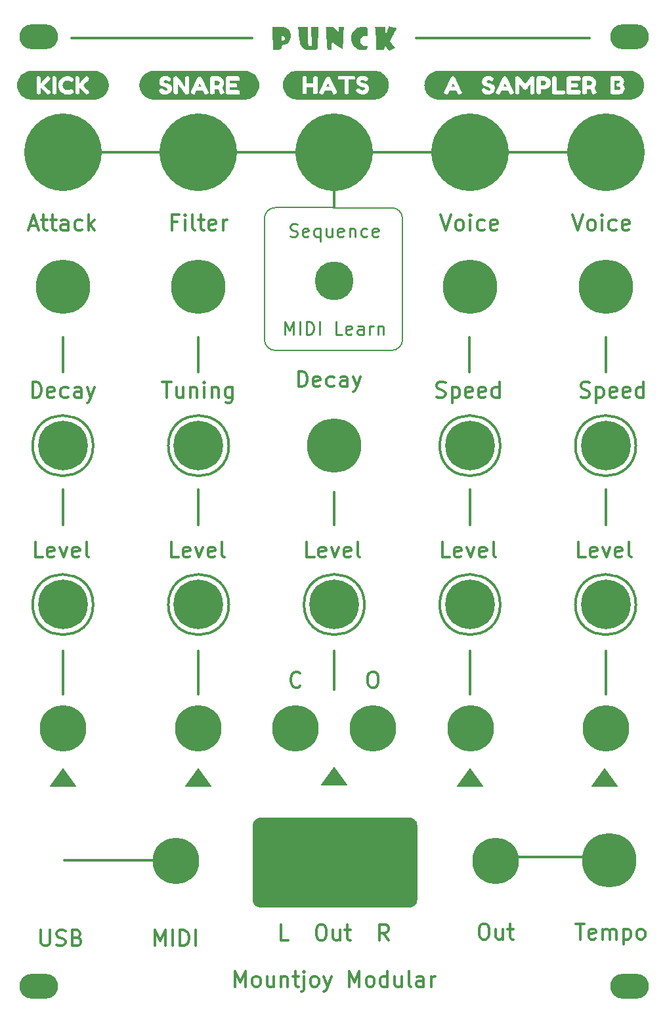
<source format=gbr>
%TF.GenerationSoftware,KiCad,Pcbnew,(6.0.8)*%
%TF.CreationDate,2022-10-20T14:54:25+01:00*%
%TF.ProjectId,Punck_Panel,50756e63-6b5f-4506-916e-656c2e6b6963,rev?*%
%TF.SameCoordinates,Original*%
%TF.FileFunction,Soldermask,Top*%
%TF.FilePolarity,Negative*%
%FSLAX46Y46*%
G04 Gerber Fmt 4.6, Leading zero omitted, Abs format (unit mm)*
G04 Created by KiCad (PCBNEW (6.0.8)) date 2022-10-20 14:54:25*
%MOMM*%
%LPD*%
G01*
G04 APERTURE LIST*
%ADD10C,0.200000*%
%ADD11C,0.300000*%
%ADD12C,0.150000*%
%ADD13C,0.250000*%
%ADD14C,6.000000*%
%ADD15C,10.000000*%
%ADD16C,7.000000*%
%ADD17C,5.000000*%
%ADD18O,5.000000X3.200000*%
%ADD19C,6.400000*%
G04 APERTURE END LIST*
D10*
G36*
X117200000Y-140300000D02*
G01*
X114000000Y-140300000D01*
X115600000Y-138100000D01*
X117200000Y-140300000D01*
G37*
X117200000Y-140300000D02*
X114000000Y-140300000D01*
X115600000Y-138100000D01*
X117200000Y-140300000D01*
D11*
X98100000Y-102200000D02*
X98100000Y-106700000D01*
X154501282Y-117000000D02*
G75*
G03*
X154501282Y-117000000I-3901282J0D01*
G01*
X150600000Y-82500000D02*
X150600000Y-87000000D01*
X98100000Y-123000000D02*
X98100000Y-128600000D01*
X137000000Y-149600000D02*
X151100000Y-149600000D01*
X115600000Y-102500000D02*
X115600000Y-106750000D01*
D12*
X123000000Y-65800000D02*
X107989949Y-65789949D01*
D11*
X80600000Y-82500000D02*
X80600000Y-87000000D01*
D12*
X124400000Y-67200000D02*
G75*
G03*
X123000000Y-65800000I-1400000J0D01*
G01*
D10*
G36*
X134690811Y-140400000D02*
G01*
X131490811Y-140400000D01*
X133090811Y-138200000D01*
X134690811Y-140400000D01*
G37*
X134690811Y-140400000D02*
X131490811Y-140400000D01*
X133090811Y-138200000D01*
X134690811Y-140400000D01*
D11*
X150600000Y-102200000D02*
X150600000Y-106750000D01*
X81700000Y-43900000D02*
X105000000Y-43900000D01*
X115600000Y-63700000D02*
X115600000Y-65700000D01*
X133000000Y-82500000D02*
X133000000Y-87000000D01*
D12*
X124410051Y-82800000D02*
X124410051Y-67200000D01*
D10*
G36*
X99690811Y-140424865D02*
G01*
X96490811Y-140424865D01*
X98090811Y-138224865D01*
X99690811Y-140424865D01*
G37*
X99690811Y-140424865D02*
X96490811Y-140424865D01*
X98090811Y-138224865D01*
X99690811Y-140424865D01*
G36*
X152090811Y-140400000D02*
G01*
X148890811Y-140400000D01*
X150490811Y-138200000D01*
X152090811Y-140400000D01*
G37*
X152090811Y-140400000D02*
X148890811Y-140400000D01*
X150490811Y-138200000D01*
X152090811Y-140400000D01*
D11*
X80750000Y-150000000D02*
X94850000Y-150000000D01*
X133100000Y-102200000D02*
X133100000Y-106750000D01*
D12*
X107989949Y-65789949D02*
G75*
G03*
X106589949Y-67189949I51J-1400051D01*
G01*
D11*
X154501282Y-96500000D02*
G75*
G03*
X154501282Y-96500000I-3901282J0D01*
G01*
X80600000Y-58600000D02*
X150800000Y-58600000D01*
X102001282Y-96500000D02*
G75*
G03*
X102001282Y-96500000I-3901282J0D01*
G01*
D12*
X107989949Y-84200000D02*
X123010051Y-84200000D01*
X123010051Y-84199951D02*
G75*
G03*
X124410051Y-82800000I49J1399951D01*
G01*
D11*
X80600000Y-102200000D02*
X80600000Y-106750000D01*
X84500000Y-117000000D02*
G75*
G03*
X84500000Y-117000000I-3901282J0D01*
G01*
X119500000Y-117000000D02*
G75*
G03*
X119500000Y-117000000I-3901282J0D01*
G01*
X80600000Y-123000000D02*
X80600000Y-128600000D01*
D12*
X106589949Y-67189949D02*
X106589949Y-82800000D01*
D11*
X115600000Y-128000000D02*
X115600000Y-123000000D01*
D10*
G36*
X82200000Y-140400000D02*
G01*
X79000000Y-140400000D01*
X80600000Y-138200000D01*
X82200000Y-140400000D01*
G37*
X82200000Y-140400000D02*
X79000000Y-140400000D01*
X80600000Y-138200000D01*
X82200000Y-140400000D01*
D11*
X126200000Y-43900000D02*
X148500000Y-43900000D01*
D12*
X106589900Y-82800000D02*
G75*
G03*
X107989949Y-84200000I1400100J100D01*
G01*
D11*
X133100000Y-123000000D02*
X133100000Y-128600000D01*
X150600000Y-123000000D02*
X150600000Y-128600000D01*
X98100000Y-82500000D02*
X98100000Y-87000000D01*
X84501282Y-96500000D02*
G75*
G03*
X84501282Y-96500000I-3901282J0D01*
G01*
X102000000Y-117000000D02*
G75*
G03*
X102000000Y-117000000I-3901282J0D01*
G01*
X137001282Y-117000000D02*
G75*
G03*
X137001282Y-117000000I-3901282J0D01*
G01*
X137001282Y-96500000D02*
G75*
G03*
X137001282Y-96500000I-3901282J0D01*
G01*
X129338095Y-66704761D02*
X130004761Y-68704761D01*
X130671428Y-66704761D01*
X131623809Y-68704761D02*
X131433333Y-68609523D01*
X131338095Y-68514285D01*
X131242857Y-68323809D01*
X131242857Y-67752380D01*
X131338095Y-67561904D01*
X131433333Y-67466666D01*
X131623809Y-67371428D01*
X131909523Y-67371428D01*
X132100000Y-67466666D01*
X132195238Y-67561904D01*
X132290476Y-67752380D01*
X132290476Y-68323809D01*
X132195238Y-68514285D01*
X132100000Y-68609523D01*
X131909523Y-68704761D01*
X131623809Y-68704761D01*
X133147619Y-68704761D02*
X133147619Y-67371428D01*
X133147619Y-66704761D02*
X133052380Y-66800000D01*
X133147619Y-66895238D01*
X133242857Y-66800000D01*
X133147619Y-66704761D01*
X133147619Y-66895238D01*
X134957142Y-68609523D02*
X134766666Y-68704761D01*
X134385714Y-68704761D01*
X134195238Y-68609523D01*
X134100000Y-68514285D01*
X134004761Y-68323809D01*
X134004761Y-67752380D01*
X134100000Y-67561904D01*
X134195238Y-67466666D01*
X134385714Y-67371428D01*
X134766666Y-67371428D01*
X134957142Y-67466666D01*
X136576190Y-68609523D02*
X136385714Y-68704761D01*
X136004761Y-68704761D01*
X135814285Y-68609523D01*
X135719047Y-68419047D01*
X135719047Y-67657142D01*
X135814285Y-67466666D01*
X136004761Y-67371428D01*
X136385714Y-67371428D01*
X136576190Y-67466666D01*
X136671428Y-67657142D01*
X136671428Y-67847619D01*
X135719047Y-68038095D01*
X130519047Y-110904761D02*
X129566666Y-110904761D01*
X129566666Y-108904761D01*
X131947619Y-110809523D02*
X131757142Y-110904761D01*
X131376190Y-110904761D01*
X131185714Y-110809523D01*
X131090476Y-110619047D01*
X131090476Y-109857142D01*
X131185714Y-109666666D01*
X131376190Y-109571428D01*
X131757142Y-109571428D01*
X131947619Y-109666666D01*
X132042857Y-109857142D01*
X132042857Y-110047619D01*
X131090476Y-110238095D01*
X132709523Y-109571428D02*
X133185714Y-110904761D01*
X133661904Y-109571428D01*
X135185714Y-110809523D02*
X134995238Y-110904761D01*
X134614285Y-110904761D01*
X134423809Y-110809523D01*
X134328571Y-110619047D01*
X134328571Y-109857142D01*
X134423809Y-109666666D01*
X134614285Y-109571428D01*
X134995238Y-109571428D01*
X135185714Y-109666666D01*
X135280952Y-109857142D01*
X135280952Y-110047619D01*
X134328571Y-110238095D01*
X136423809Y-110904761D02*
X136233333Y-110809523D01*
X136138095Y-110619047D01*
X136138095Y-108904761D01*
X78019047Y-110904761D02*
X77066666Y-110904761D01*
X77066666Y-108904761D01*
X79447619Y-110809523D02*
X79257142Y-110904761D01*
X78876190Y-110904761D01*
X78685714Y-110809523D01*
X78590476Y-110619047D01*
X78590476Y-109857142D01*
X78685714Y-109666666D01*
X78876190Y-109571428D01*
X79257142Y-109571428D01*
X79447619Y-109666666D01*
X79542857Y-109857142D01*
X79542857Y-110047619D01*
X78590476Y-110238095D01*
X80209523Y-109571428D02*
X80685714Y-110904761D01*
X81161904Y-109571428D01*
X82685714Y-110809523D02*
X82495238Y-110904761D01*
X82114285Y-110904761D01*
X81923809Y-110809523D01*
X81828571Y-110619047D01*
X81828571Y-109857142D01*
X81923809Y-109666666D01*
X82114285Y-109571428D01*
X82495238Y-109571428D01*
X82685714Y-109666666D01*
X82780952Y-109857142D01*
X82780952Y-110047619D01*
X81828571Y-110238095D01*
X83923809Y-110904761D02*
X83733333Y-110809523D01*
X83638095Y-110619047D01*
X83638095Y-108904761D01*
X76684661Y-90288990D02*
X76684661Y-88288990D01*
X77160851Y-88288990D01*
X77446565Y-88384229D01*
X77637042Y-88574705D01*
X77732280Y-88765181D01*
X77827518Y-89146133D01*
X77827518Y-89431848D01*
X77732280Y-89812800D01*
X77637042Y-90003276D01*
X77446565Y-90193752D01*
X77160851Y-90288990D01*
X76684661Y-90288990D01*
X79446565Y-90193752D02*
X79256089Y-90288990D01*
X78875137Y-90288990D01*
X78684661Y-90193752D01*
X78589423Y-90003276D01*
X78589423Y-89241371D01*
X78684661Y-89050895D01*
X78875137Y-88955657D01*
X79256089Y-88955657D01*
X79446565Y-89050895D01*
X79541803Y-89241371D01*
X79541803Y-89431848D01*
X78589423Y-89622324D01*
X81256089Y-90193752D02*
X81065613Y-90288990D01*
X80684661Y-90288990D01*
X80494184Y-90193752D01*
X80398946Y-90098514D01*
X80303708Y-89908038D01*
X80303708Y-89336609D01*
X80398946Y-89146133D01*
X80494184Y-89050895D01*
X80684661Y-88955657D01*
X81065613Y-88955657D01*
X81256089Y-89050895D01*
X82970375Y-90288990D02*
X82970375Y-89241371D01*
X82875137Y-89050895D01*
X82684661Y-88955657D01*
X82303708Y-88955657D01*
X82113232Y-89050895D01*
X82970375Y-90193752D02*
X82779899Y-90288990D01*
X82303708Y-90288990D01*
X82113232Y-90193752D01*
X82017994Y-90003276D01*
X82017994Y-89812800D01*
X82113232Y-89622324D01*
X82303708Y-89527086D01*
X82779899Y-89527086D01*
X82970375Y-89431848D01*
X83732280Y-88955657D02*
X84208470Y-90288990D01*
X84684661Y-88955657D02*
X84208470Y-90288990D01*
X84017994Y-90765181D01*
X83922756Y-90860419D01*
X83732280Y-90955657D01*
X95519047Y-110904761D02*
X94566666Y-110904761D01*
X94566666Y-108904761D01*
X96947619Y-110809523D02*
X96757142Y-110904761D01*
X96376190Y-110904761D01*
X96185714Y-110809523D01*
X96090476Y-110619047D01*
X96090476Y-109857142D01*
X96185714Y-109666666D01*
X96376190Y-109571428D01*
X96757142Y-109571428D01*
X96947619Y-109666666D01*
X97042857Y-109857142D01*
X97042857Y-110047619D01*
X96090476Y-110238095D01*
X97709523Y-109571428D02*
X98185714Y-110904761D01*
X98661904Y-109571428D01*
X100185714Y-110809523D02*
X99995238Y-110904761D01*
X99614285Y-110904761D01*
X99423809Y-110809523D01*
X99328571Y-110619047D01*
X99328571Y-109857142D01*
X99423809Y-109666666D01*
X99614285Y-109571428D01*
X99995238Y-109571428D01*
X100185714Y-109666666D01*
X100280952Y-109857142D01*
X100280952Y-110047619D01*
X99328571Y-110238095D01*
X101423809Y-110904761D02*
X101233333Y-110809523D01*
X101138095Y-110619047D01*
X101138095Y-108904761D01*
X109647619Y-160304761D02*
X108695238Y-160304761D01*
X108695238Y-158304761D01*
X113742857Y-158304761D02*
X114123809Y-158304761D01*
X114314285Y-158400000D01*
X114504761Y-158590476D01*
X114600000Y-158971428D01*
X114600000Y-159638095D01*
X114504761Y-160019047D01*
X114314285Y-160209523D01*
X114123809Y-160304761D01*
X113742857Y-160304761D01*
X113552380Y-160209523D01*
X113361904Y-160019047D01*
X113266666Y-159638095D01*
X113266666Y-158971428D01*
X113361904Y-158590476D01*
X113552380Y-158400000D01*
X113742857Y-158304761D01*
X116314285Y-158971428D02*
X116314285Y-160304761D01*
X115457142Y-158971428D02*
X115457142Y-160019047D01*
X115552380Y-160209523D01*
X115742857Y-160304761D01*
X116028571Y-160304761D01*
X116219047Y-160209523D01*
X116314285Y-160114285D01*
X116980952Y-158971428D02*
X117742857Y-158971428D01*
X117266666Y-158304761D02*
X117266666Y-160019047D01*
X117361904Y-160209523D01*
X117552380Y-160304761D01*
X117742857Y-160304761D01*
X122600000Y-160304761D02*
X121933333Y-159352380D01*
X121457142Y-160304761D02*
X121457142Y-158304761D01*
X122219047Y-158304761D01*
X122409523Y-158400000D01*
X122504761Y-158495238D01*
X122600000Y-158685714D01*
X122600000Y-158971428D01*
X122504761Y-159161904D01*
X122409523Y-159257142D01*
X122219047Y-159352380D01*
X121457142Y-159352380D01*
X93422756Y-88288990D02*
X94565613Y-88288990D01*
X93994184Y-90288990D02*
X93994184Y-88288990D01*
X96089423Y-88955657D02*
X96089423Y-90288990D01*
X95232280Y-88955657D02*
X95232280Y-90003276D01*
X95327518Y-90193752D01*
X95517994Y-90288990D01*
X95803708Y-90288990D01*
X95994184Y-90193752D01*
X96089423Y-90098514D01*
X97041803Y-88955657D02*
X97041803Y-90288990D01*
X97041803Y-89146133D02*
X97137042Y-89050895D01*
X97327518Y-88955657D01*
X97613232Y-88955657D01*
X97803708Y-89050895D01*
X97898946Y-89241371D01*
X97898946Y-90288990D01*
X98851327Y-90288990D02*
X98851327Y-88955657D01*
X98851327Y-88288990D02*
X98756089Y-88384229D01*
X98851327Y-88479467D01*
X98946565Y-88384229D01*
X98851327Y-88288990D01*
X98851327Y-88479467D01*
X99803708Y-88955657D02*
X99803708Y-90288990D01*
X99803708Y-89146133D02*
X99898946Y-89050895D01*
X100089423Y-88955657D01*
X100375137Y-88955657D01*
X100565613Y-89050895D01*
X100660851Y-89241371D01*
X100660851Y-90288990D01*
X102470375Y-88955657D02*
X102470375Y-90574705D01*
X102375137Y-90765181D01*
X102279899Y-90860419D01*
X102089423Y-90955657D01*
X101803708Y-90955657D01*
X101613232Y-90860419D01*
X102470375Y-90193752D02*
X102279899Y-90288990D01*
X101898946Y-90288990D01*
X101708470Y-90193752D01*
X101613232Y-90098514D01*
X101517994Y-89908038D01*
X101517994Y-89336609D01*
X101613232Y-89146133D01*
X101708470Y-89050895D01*
X101898946Y-88955657D01*
X102279899Y-88955657D01*
X102470375Y-89050895D01*
X146728571Y-158204761D02*
X147871428Y-158204761D01*
X147300000Y-160204761D02*
X147300000Y-158204761D01*
X149300000Y-160109523D02*
X149109523Y-160204761D01*
X148728571Y-160204761D01*
X148538095Y-160109523D01*
X148442857Y-159919047D01*
X148442857Y-159157142D01*
X148538095Y-158966666D01*
X148728571Y-158871428D01*
X149109523Y-158871428D01*
X149300000Y-158966666D01*
X149395238Y-159157142D01*
X149395238Y-159347619D01*
X148442857Y-159538095D01*
X150252380Y-160204761D02*
X150252380Y-158871428D01*
X150252380Y-159061904D02*
X150347619Y-158966666D01*
X150538095Y-158871428D01*
X150823809Y-158871428D01*
X151014285Y-158966666D01*
X151109523Y-159157142D01*
X151109523Y-160204761D01*
X151109523Y-159157142D02*
X151204761Y-158966666D01*
X151395238Y-158871428D01*
X151680952Y-158871428D01*
X151871428Y-158966666D01*
X151966666Y-159157142D01*
X151966666Y-160204761D01*
X152919047Y-158871428D02*
X152919047Y-160871428D01*
X152919047Y-158966666D02*
X153109523Y-158871428D01*
X153490476Y-158871428D01*
X153680952Y-158966666D01*
X153776190Y-159061904D01*
X153871428Y-159252380D01*
X153871428Y-159823809D01*
X153776190Y-160014285D01*
X153680952Y-160109523D01*
X153490476Y-160204761D01*
X153109523Y-160204761D01*
X152919047Y-160109523D01*
X155014285Y-160204761D02*
X154823809Y-160109523D01*
X154728571Y-160014285D01*
X154633333Y-159823809D01*
X154633333Y-159252380D01*
X154728571Y-159061904D01*
X154823809Y-158966666D01*
X155014285Y-158871428D01*
X155300000Y-158871428D01*
X155490476Y-158966666D01*
X155585714Y-159061904D01*
X155680952Y-159252380D01*
X155680952Y-159823809D01*
X155585714Y-160014285D01*
X155490476Y-160109523D01*
X155300000Y-160204761D01*
X155014285Y-160204761D01*
X113019047Y-110904761D02*
X112066666Y-110904761D01*
X112066666Y-108904761D01*
X114447619Y-110809523D02*
X114257142Y-110904761D01*
X113876190Y-110904761D01*
X113685714Y-110809523D01*
X113590476Y-110619047D01*
X113590476Y-109857142D01*
X113685714Y-109666666D01*
X113876190Y-109571428D01*
X114257142Y-109571428D01*
X114447619Y-109666666D01*
X114542857Y-109857142D01*
X114542857Y-110047619D01*
X113590476Y-110238095D01*
X115209523Y-109571428D02*
X115685714Y-110904761D01*
X116161904Y-109571428D01*
X117685714Y-110809523D02*
X117495238Y-110904761D01*
X117114285Y-110904761D01*
X116923809Y-110809523D01*
X116828571Y-110619047D01*
X116828571Y-109857142D01*
X116923809Y-109666666D01*
X117114285Y-109571428D01*
X117495238Y-109571428D01*
X117685714Y-109666666D01*
X117780952Y-109857142D01*
X117780952Y-110047619D01*
X116828571Y-110238095D01*
X118923809Y-110904761D02*
X118733333Y-110809523D01*
X118638095Y-110619047D01*
X118638095Y-108904761D01*
D13*
X109892857Y-69488095D02*
X110135714Y-69569047D01*
X110540476Y-69569047D01*
X110702380Y-69488095D01*
X110783333Y-69407142D01*
X110864285Y-69245238D01*
X110864285Y-69083333D01*
X110783333Y-68921428D01*
X110702380Y-68840476D01*
X110540476Y-68759523D01*
X110216666Y-68678571D01*
X110054761Y-68597619D01*
X109973809Y-68516666D01*
X109892857Y-68354761D01*
X109892857Y-68192857D01*
X109973809Y-68030952D01*
X110054761Y-67950000D01*
X110216666Y-67869047D01*
X110621428Y-67869047D01*
X110864285Y-67950000D01*
X112240476Y-69488095D02*
X112078571Y-69569047D01*
X111754761Y-69569047D01*
X111592857Y-69488095D01*
X111511904Y-69326190D01*
X111511904Y-68678571D01*
X111592857Y-68516666D01*
X111754761Y-68435714D01*
X112078571Y-68435714D01*
X112240476Y-68516666D01*
X112321428Y-68678571D01*
X112321428Y-68840476D01*
X111511904Y-69002380D01*
X113778571Y-68435714D02*
X113778571Y-70135714D01*
X113778571Y-69488095D02*
X113616666Y-69569047D01*
X113292857Y-69569047D01*
X113130952Y-69488095D01*
X113050000Y-69407142D01*
X112969047Y-69245238D01*
X112969047Y-68759523D01*
X113050000Y-68597619D01*
X113130952Y-68516666D01*
X113292857Y-68435714D01*
X113616666Y-68435714D01*
X113778571Y-68516666D01*
X115316666Y-68435714D02*
X115316666Y-69569047D01*
X114588095Y-68435714D02*
X114588095Y-69326190D01*
X114669047Y-69488095D01*
X114830952Y-69569047D01*
X115073809Y-69569047D01*
X115235714Y-69488095D01*
X115316666Y-69407142D01*
X116773809Y-69488095D02*
X116611904Y-69569047D01*
X116288095Y-69569047D01*
X116126190Y-69488095D01*
X116045238Y-69326190D01*
X116045238Y-68678571D01*
X116126190Y-68516666D01*
X116288095Y-68435714D01*
X116611904Y-68435714D01*
X116773809Y-68516666D01*
X116854761Y-68678571D01*
X116854761Y-68840476D01*
X116045238Y-69002380D01*
X117583333Y-68435714D02*
X117583333Y-69569047D01*
X117583333Y-68597619D02*
X117664285Y-68516666D01*
X117826190Y-68435714D01*
X118069047Y-68435714D01*
X118230952Y-68516666D01*
X118311904Y-68678571D01*
X118311904Y-69569047D01*
X119850000Y-69488095D02*
X119688095Y-69569047D01*
X119364285Y-69569047D01*
X119202380Y-69488095D01*
X119121428Y-69407142D01*
X119040476Y-69245238D01*
X119040476Y-68759523D01*
X119121428Y-68597619D01*
X119202380Y-68516666D01*
X119364285Y-68435714D01*
X119688095Y-68435714D01*
X119850000Y-68516666D01*
X121226190Y-69488095D02*
X121064285Y-69569047D01*
X120740476Y-69569047D01*
X120578571Y-69488095D01*
X120497619Y-69326190D01*
X120497619Y-68678571D01*
X120578571Y-68516666D01*
X120740476Y-68435714D01*
X121064285Y-68435714D01*
X121226190Y-68516666D01*
X121307142Y-68678571D01*
X121307142Y-68840476D01*
X120497619Y-69002380D01*
D11*
X110984661Y-88904761D02*
X110984661Y-86904761D01*
X111460851Y-86904761D01*
X111746565Y-87000000D01*
X111937042Y-87190476D01*
X112032280Y-87380952D01*
X112127518Y-87761904D01*
X112127518Y-88047619D01*
X112032280Y-88428571D01*
X111937042Y-88619047D01*
X111746565Y-88809523D01*
X111460851Y-88904761D01*
X110984661Y-88904761D01*
X113746565Y-88809523D02*
X113556089Y-88904761D01*
X113175137Y-88904761D01*
X112984661Y-88809523D01*
X112889423Y-88619047D01*
X112889423Y-87857142D01*
X112984661Y-87666666D01*
X113175137Y-87571428D01*
X113556089Y-87571428D01*
X113746565Y-87666666D01*
X113841803Y-87857142D01*
X113841803Y-88047619D01*
X112889423Y-88238095D01*
X115556089Y-88809523D02*
X115365613Y-88904761D01*
X114984661Y-88904761D01*
X114794184Y-88809523D01*
X114698946Y-88714285D01*
X114603708Y-88523809D01*
X114603708Y-87952380D01*
X114698946Y-87761904D01*
X114794184Y-87666666D01*
X114984661Y-87571428D01*
X115365613Y-87571428D01*
X115556089Y-87666666D01*
X117270375Y-88904761D02*
X117270375Y-87857142D01*
X117175137Y-87666666D01*
X116984661Y-87571428D01*
X116603708Y-87571428D01*
X116413232Y-87666666D01*
X117270375Y-88809523D02*
X117079899Y-88904761D01*
X116603708Y-88904761D01*
X116413232Y-88809523D01*
X116317994Y-88619047D01*
X116317994Y-88428571D01*
X116413232Y-88238095D01*
X116603708Y-88142857D01*
X117079899Y-88142857D01*
X117270375Y-88047619D01*
X118032280Y-87571428D02*
X118508470Y-88904761D01*
X118984661Y-87571428D02*
X118508470Y-88904761D01*
X118317994Y-89380952D01*
X118222756Y-89476190D01*
X118032280Y-89571428D01*
X147394184Y-90193752D02*
X147679899Y-90288990D01*
X148156089Y-90288990D01*
X148346565Y-90193752D01*
X148441803Y-90098514D01*
X148537042Y-89908038D01*
X148537042Y-89717562D01*
X148441803Y-89527086D01*
X148346565Y-89431848D01*
X148156089Y-89336609D01*
X147775137Y-89241371D01*
X147584661Y-89146133D01*
X147489423Y-89050895D01*
X147394184Y-88860419D01*
X147394184Y-88669943D01*
X147489423Y-88479467D01*
X147584661Y-88384229D01*
X147775137Y-88288990D01*
X148251327Y-88288990D01*
X148537042Y-88384229D01*
X149394184Y-88955657D02*
X149394184Y-90955657D01*
X149394184Y-89050895D02*
X149584661Y-88955657D01*
X149965613Y-88955657D01*
X150156089Y-89050895D01*
X150251327Y-89146133D01*
X150346565Y-89336609D01*
X150346565Y-89908038D01*
X150251327Y-90098514D01*
X150156089Y-90193752D01*
X149965613Y-90288990D01*
X149584661Y-90288990D01*
X149394184Y-90193752D01*
X151965613Y-90193752D02*
X151775137Y-90288990D01*
X151394184Y-90288990D01*
X151203708Y-90193752D01*
X151108470Y-90003276D01*
X151108470Y-89241371D01*
X151203708Y-89050895D01*
X151394184Y-88955657D01*
X151775137Y-88955657D01*
X151965613Y-89050895D01*
X152060851Y-89241371D01*
X152060851Y-89431848D01*
X151108470Y-89622324D01*
X153679899Y-90193752D02*
X153489423Y-90288990D01*
X153108470Y-90288990D01*
X152917994Y-90193752D01*
X152822756Y-90003276D01*
X152822756Y-89241371D01*
X152917994Y-89050895D01*
X153108470Y-88955657D01*
X153489423Y-88955657D01*
X153679899Y-89050895D01*
X153775137Y-89241371D01*
X153775137Y-89431848D01*
X152822756Y-89622324D01*
X155489423Y-90288990D02*
X155489423Y-88288990D01*
X155489423Y-90193752D02*
X155298946Y-90288990D01*
X154917994Y-90288990D01*
X154727518Y-90193752D01*
X154632280Y-90098514D01*
X154537042Y-89908038D01*
X154537042Y-89336609D01*
X154632280Y-89146133D01*
X154727518Y-89050895D01*
X154917994Y-88955657D01*
X155298946Y-88955657D01*
X155489423Y-89050895D01*
X92480952Y-161004761D02*
X92480952Y-159004761D01*
X93147619Y-160433333D01*
X93814285Y-159004761D01*
X93814285Y-161004761D01*
X94766666Y-161004761D02*
X94766666Y-159004761D01*
X95719047Y-161004761D02*
X95719047Y-159004761D01*
X96195238Y-159004761D01*
X96480952Y-159100000D01*
X96671428Y-159290476D01*
X96766666Y-159480952D01*
X96861904Y-159861904D01*
X96861904Y-160147619D01*
X96766666Y-160528571D01*
X96671428Y-160719047D01*
X96480952Y-160909523D01*
X96195238Y-161004761D01*
X95719047Y-161004761D01*
X97719047Y-161004761D02*
X97719047Y-159004761D01*
X102838095Y-166304761D02*
X102838095Y-164304761D01*
X103504761Y-165733333D01*
X104171428Y-164304761D01*
X104171428Y-166304761D01*
X105409523Y-166304761D02*
X105219047Y-166209523D01*
X105123809Y-166114285D01*
X105028571Y-165923809D01*
X105028571Y-165352380D01*
X105123809Y-165161904D01*
X105219047Y-165066666D01*
X105409523Y-164971428D01*
X105695238Y-164971428D01*
X105885714Y-165066666D01*
X105980952Y-165161904D01*
X106076190Y-165352380D01*
X106076190Y-165923809D01*
X105980952Y-166114285D01*
X105885714Y-166209523D01*
X105695238Y-166304761D01*
X105409523Y-166304761D01*
X107790476Y-164971428D02*
X107790476Y-166304761D01*
X106933333Y-164971428D02*
X106933333Y-166019047D01*
X107028571Y-166209523D01*
X107219047Y-166304761D01*
X107504761Y-166304761D01*
X107695238Y-166209523D01*
X107790476Y-166114285D01*
X108742857Y-164971428D02*
X108742857Y-166304761D01*
X108742857Y-165161904D02*
X108838095Y-165066666D01*
X109028571Y-164971428D01*
X109314285Y-164971428D01*
X109504761Y-165066666D01*
X109600000Y-165257142D01*
X109600000Y-166304761D01*
X110266666Y-164971428D02*
X111028571Y-164971428D01*
X110552380Y-164304761D02*
X110552380Y-166019047D01*
X110647619Y-166209523D01*
X110838095Y-166304761D01*
X111028571Y-166304761D01*
X111695238Y-164971428D02*
X111695238Y-166685714D01*
X111600000Y-166876190D01*
X111409523Y-166971428D01*
X111314285Y-166971428D01*
X111695238Y-164304761D02*
X111600000Y-164400000D01*
X111695238Y-164495238D01*
X111790476Y-164400000D01*
X111695238Y-164304761D01*
X111695238Y-164495238D01*
X112933333Y-166304761D02*
X112742857Y-166209523D01*
X112647619Y-166114285D01*
X112552380Y-165923809D01*
X112552380Y-165352380D01*
X112647619Y-165161904D01*
X112742857Y-165066666D01*
X112933333Y-164971428D01*
X113219047Y-164971428D01*
X113409523Y-165066666D01*
X113504761Y-165161904D01*
X113600000Y-165352380D01*
X113600000Y-165923809D01*
X113504761Y-166114285D01*
X113409523Y-166209523D01*
X113219047Y-166304761D01*
X112933333Y-166304761D01*
X114266666Y-164971428D02*
X114742857Y-166304761D01*
X115219047Y-164971428D02*
X114742857Y-166304761D01*
X114552380Y-166780952D01*
X114457142Y-166876190D01*
X114266666Y-166971428D01*
X117504761Y-166304761D02*
X117504761Y-164304761D01*
X118171428Y-165733333D01*
X118838095Y-164304761D01*
X118838095Y-166304761D01*
X120076190Y-166304761D02*
X119885714Y-166209523D01*
X119790476Y-166114285D01*
X119695238Y-165923809D01*
X119695238Y-165352380D01*
X119790476Y-165161904D01*
X119885714Y-165066666D01*
X120076190Y-164971428D01*
X120361904Y-164971428D01*
X120552380Y-165066666D01*
X120647619Y-165161904D01*
X120742857Y-165352380D01*
X120742857Y-165923809D01*
X120647619Y-166114285D01*
X120552380Y-166209523D01*
X120361904Y-166304761D01*
X120076190Y-166304761D01*
X122457142Y-166304761D02*
X122457142Y-164304761D01*
X122457142Y-166209523D02*
X122266666Y-166304761D01*
X121885714Y-166304761D01*
X121695238Y-166209523D01*
X121600000Y-166114285D01*
X121504761Y-165923809D01*
X121504761Y-165352380D01*
X121600000Y-165161904D01*
X121695238Y-165066666D01*
X121885714Y-164971428D01*
X122266666Y-164971428D01*
X122457142Y-165066666D01*
X124266666Y-164971428D02*
X124266666Y-166304761D01*
X123409523Y-164971428D02*
X123409523Y-166019047D01*
X123504761Y-166209523D01*
X123695238Y-166304761D01*
X123980952Y-166304761D01*
X124171428Y-166209523D01*
X124266666Y-166114285D01*
X125504761Y-166304761D02*
X125314285Y-166209523D01*
X125219047Y-166019047D01*
X125219047Y-164304761D01*
X127123809Y-166304761D02*
X127123809Y-165257142D01*
X127028571Y-165066666D01*
X126838095Y-164971428D01*
X126457142Y-164971428D01*
X126266666Y-165066666D01*
X127123809Y-166209523D02*
X126933333Y-166304761D01*
X126457142Y-166304761D01*
X126266666Y-166209523D01*
X126171428Y-166019047D01*
X126171428Y-165828571D01*
X126266666Y-165638095D01*
X126457142Y-165542857D01*
X126933333Y-165542857D01*
X127123809Y-165447619D01*
X128076190Y-166304761D02*
X128076190Y-164971428D01*
X128076190Y-165352380D02*
X128171428Y-165161904D01*
X128266666Y-165066666D01*
X128457142Y-164971428D01*
X128647619Y-164971428D01*
X134733333Y-158204761D02*
X135114285Y-158204761D01*
X135304761Y-158300000D01*
X135495238Y-158490476D01*
X135590476Y-158871428D01*
X135590476Y-159538095D01*
X135495238Y-159919047D01*
X135304761Y-160109523D01*
X135114285Y-160204761D01*
X134733333Y-160204761D01*
X134542857Y-160109523D01*
X134352380Y-159919047D01*
X134257142Y-159538095D01*
X134257142Y-158871428D01*
X134352380Y-158490476D01*
X134542857Y-158300000D01*
X134733333Y-158204761D01*
X137304761Y-158871428D02*
X137304761Y-160204761D01*
X136447619Y-158871428D02*
X136447619Y-159919047D01*
X136542857Y-160109523D01*
X136733333Y-160204761D01*
X137019047Y-160204761D01*
X137209523Y-160109523D01*
X137304761Y-160014285D01*
X137971428Y-158871428D02*
X138733333Y-158871428D01*
X138257142Y-158204761D02*
X138257142Y-159919047D01*
X138352380Y-160109523D01*
X138542857Y-160204761D01*
X138733333Y-160204761D01*
X146338095Y-66704761D02*
X147004761Y-68704761D01*
X147671428Y-66704761D01*
X148623809Y-68704761D02*
X148433333Y-68609523D01*
X148338095Y-68514285D01*
X148242857Y-68323809D01*
X148242857Y-67752380D01*
X148338095Y-67561904D01*
X148433333Y-67466666D01*
X148623809Y-67371428D01*
X148909523Y-67371428D01*
X149100000Y-67466666D01*
X149195238Y-67561904D01*
X149290476Y-67752380D01*
X149290476Y-68323809D01*
X149195238Y-68514285D01*
X149100000Y-68609523D01*
X148909523Y-68704761D01*
X148623809Y-68704761D01*
X150147619Y-68704761D02*
X150147619Y-67371428D01*
X150147619Y-66704761D02*
X150052380Y-66800000D01*
X150147619Y-66895238D01*
X150242857Y-66800000D01*
X150147619Y-66704761D01*
X150147619Y-66895238D01*
X151957142Y-68609523D02*
X151766666Y-68704761D01*
X151385714Y-68704761D01*
X151195238Y-68609523D01*
X151100000Y-68514285D01*
X151004761Y-68323809D01*
X151004761Y-67752380D01*
X151100000Y-67561904D01*
X151195238Y-67466666D01*
X151385714Y-67371428D01*
X151766666Y-67371428D01*
X151957142Y-67466666D01*
X153576190Y-68609523D02*
X153385714Y-68704761D01*
X153004761Y-68704761D01*
X152814285Y-68609523D01*
X152719047Y-68419047D01*
X152719047Y-67657142D01*
X152814285Y-67466666D01*
X153004761Y-67371428D01*
X153385714Y-67371428D01*
X153576190Y-67466666D01*
X153671428Y-67657142D01*
X153671428Y-67847619D01*
X152719047Y-68038095D01*
X128794184Y-90193752D02*
X129079899Y-90288990D01*
X129556089Y-90288990D01*
X129746565Y-90193752D01*
X129841803Y-90098514D01*
X129937042Y-89908038D01*
X129937042Y-89717562D01*
X129841803Y-89527086D01*
X129746565Y-89431848D01*
X129556089Y-89336609D01*
X129175137Y-89241371D01*
X128984661Y-89146133D01*
X128889423Y-89050895D01*
X128794184Y-88860419D01*
X128794184Y-88669943D01*
X128889423Y-88479467D01*
X128984661Y-88384229D01*
X129175137Y-88288990D01*
X129651327Y-88288990D01*
X129937042Y-88384229D01*
X130794184Y-88955657D02*
X130794184Y-90955657D01*
X130794184Y-89050895D02*
X130984661Y-88955657D01*
X131365613Y-88955657D01*
X131556089Y-89050895D01*
X131651327Y-89146133D01*
X131746565Y-89336609D01*
X131746565Y-89908038D01*
X131651327Y-90098514D01*
X131556089Y-90193752D01*
X131365613Y-90288990D01*
X130984661Y-90288990D01*
X130794184Y-90193752D01*
X133365613Y-90193752D02*
X133175137Y-90288990D01*
X132794184Y-90288990D01*
X132603708Y-90193752D01*
X132508470Y-90003276D01*
X132508470Y-89241371D01*
X132603708Y-89050895D01*
X132794184Y-88955657D01*
X133175137Y-88955657D01*
X133365613Y-89050895D01*
X133460851Y-89241371D01*
X133460851Y-89431848D01*
X132508470Y-89622324D01*
X135079899Y-90193752D02*
X134889423Y-90288990D01*
X134508470Y-90288990D01*
X134317994Y-90193752D01*
X134222756Y-90003276D01*
X134222756Y-89241371D01*
X134317994Y-89050895D01*
X134508470Y-88955657D01*
X134889423Y-88955657D01*
X135079899Y-89050895D01*
X135175137Y-89241371D01*
X135175137Y-89431848D01*
X134222756Y-89622324D01*
X136889423Y-90288990D02*
X136889423Y-88288990D01*
X136889423Y-90193752D02*
X136698946Y-90288990D01*
X136317994Y-90288990D01*
X136127518Y-90193752D01*
X136032280Y-90098514D01*
X135937042Y-89908038D01*
X135937042Y-89336609D01*
X136032280Y-89146133D01*
X136127518Y-89050895D01*
X136317994Y-88955657D01*
X136698946Y-88955657D01*
X136889423Y-89050895D01*
D13*
X109245238Y-82169047D02*
X109245238Y-80469047D01*
X109811904Y-81683333D01*
X110378571Y-80469047D01*
X110378571Y-82169047D01*
X111188095Y-82169047D02*
X111188095Y-80469047D01*
X111997619Y-82169047D02*
X111997619Y-80469047D01*
X112402380Y-80469047D01*
X112645238Y-80550000D01*
X112807142Y-80711904D01*
X112888095Y-80873809D01*
X112969047Y-81197619D01*
X112969047Y-81440476D01*
X112888095Y-81764285D01*
X112807142Y-81926190D01*
X112645238Y-82088095D01*
X112402380Y-82169047D01*
X111997619Y-82169047D01*
X113697619Y-82169047D02*
X113697619Y-80469047D01*
X116611904Y-82169047D02*
X115802380Y-82169047D01*
X115802380Y-80469047D01*
X117826190Y-82088095D02*
X117664285Y-82169047D01*
X117340476Y-82169047D01*
X117178571Y-82088095D01*
X117097619Y-81926190D01*
X117097619Y-81278571D01*
X117178571Y-81116666D01*
X117340476Y-81035714D01*
X117664285Y-81035714D01*
X117826190Y-81116666D01*
X117907142Y-81278571D01*
X117907142Y-81440476D01*
X117097619Y-81602380D01*
X119364285Y-82169047D02*
X119364285Y-81278571D01*
X119283333Y-81116666D01*
X119121428Y-81035714D01*
X118797619Y-81035714D01*
X118635714Y-81116666D01*
X119364285Y-82088095D02*
X119202380Y-82169047D01*
X118797619Y-82169047D01*
X118635714Y-82088095D01*
X118554761Y-81926190D01*
X118554761Y-81764285D01*
X118635714Y-81602380D01*
X118797619Y-81521428D01*
X119202380Y-81521428D01*
X119364285Y-81440476D01*
X120173809Y-82169047D02*
X120173809Y-81035714D01*
X120173809Y-81359523D02*
X120254761Y-81197619D01*
X120335714Y-81116666D01*
X120497619Y-81035714D01*
X120659523Y-81035714D01*
X121226190Y-81035714D02*
X121226190Y-82169047D01*
X121226190Y-81197619D02*
X121307142Y-81116666D01*
X121469047Y-81035714D01*
X121711904Y-81035714D01*
X121873809Y-81116666D01*
X121954761Y-81278571D01*
X121954761Y-82169047D01*
D11*
X76309523Y-68133333D02*
X77261904Y-68133333D01*
X76119047Y-68704761D02*
X76785714Y-66704761D01*
X77452380Y-68704761D01*
X77833333Y-67371428D02*
X78595238Y-67371428D01*
X78119047Y-66704761D02*
X78119047Y-68419047D01*
X78214285Y-68609523D01*
X78404761Y-68704761D01*
X78595238Y-68704761D01*
X78976190Y-67371428D02*
X79738095Y-67371428D01*
X79261904Y-66704761D02*
X79261904Y-68419047D01*
X79357142Y-68609523D01*
X79547619Y-68704761D01*
X79738095Y-68704761D01*
X81261904Y-68704761D02*
X81261904Y-67657142D01*
X81166666Y-67466666D01*
X80976190Y-67371428D01*
X80595238Y-67371428D01*
X80404761Y-67466666D01*
X81261904Y-68609523D02*
X81071428Y-68704761D01*
X80595238Y-68704761D01*
X80404761Y-68609523D01*
X80309523Y-68419047D01*
X80309523Y-68228571D01*
X80404761Y-68038095D01*
X80595238Y-67942857D01*
X81071428Y-67942857D01*
X81261904Y-67847619D01*
X83071428Y-68609523D02*
X82880952Y-68704761D01*
X82500000Y-68704761D01*
X82309523Y-68609523D01*
X82214285Y-68514285D01*
X82119047Y-68323809D01*
X82119047Y-67752380D01*
X82214285Y-67561904D01*
X82309523Y-67466666D01*
X82500000Y-67371428D01*
X82880952Y-67371428D01*
X83071428Y-67466666D01*
X83928571Y-68704761D02*
X83928571Y-66704761D01*
X84119047Y-67942857D02*
X84690476Y-68704761D01*
X84690476Y-67371428D02*
X83928571Y-68133333D01*
X77776190Y-159004761D02*
X77776190Y-160623809D01*
X77871428Y-160814285D01*
X77966666Y-160909523D01*
X78157142Y-161004761D01*
X78538095Y-161004761D01*
X78728571Y-160909523D01*
X78823809Y-160814285D01*
X78919047Y-160623809D01*
X78919047Y-159004761D01*
X79776190Y-160909523D02*
X80061904Y-161004761D01*
X80538095Y-161004761D01*
X80728571Y-160909523D01*
X80823809Y-160814285D01*
X80919047Y-160623809D01*
X80919047Y-160433333D01*
X80823809Y-160242857D01*
X80728571Y-160147619D01*
X80538095Y-160052380D01*
X80157142Y-159957142D01*
X79966666Y-159861904D01*
X79871428Y-159766666D01*
X79776190Y-159576190D01*
X79776190Y-159385714D01*
X79871428Y-159195238D01*
X79966666Y-159100000D01*
X80157142Y-159004761D01*
X80633333Y-159004761D01*
X80919047Y-159100000D01*
X82442857Y-159957142D02*
X82728571Y-160052380D01*
X82823809Y-160147619D01*
X82919047Y-160338095D01*
X82919047Y-160623809D01*
X82823809Y-160814285D01*
X82728571Y-160909523D01*
X82538095Y-161004761D01*
X81776190Y-161004761D01*
X81776190Y-159004761D01*
X82442857Y-159004761D01*
X82633333Y-159100000D01*
X82728571Y-159195238D01*
X82823809Y-159385714D01*
X82823809Y-159576190D01*
X82728571Y-159766666D01*
X82633333Y-159861904D01*
X82442857Y-159957142D01*
X81776190Y-159957142D01*
X111219047Y-127514285D02*
X111123809Y-127609523D01*
X110838095Y-127704761D01*
X110647619Y-127704761D01*
X110361904Y-127609523D01*
X110171428Y-127419047D01*
X110076190Y-127228571D01*
X109980952Y-126847619D01*
X109980952Y-126561904D01*
X110076190Y-126180952D01*
X110171428Y-125990476D01*
X110361904Y-125800000D01*
X110647619Y-125704761D01*
X110838095Y-125704761D01*
X111123809Y-125800000D01*
X111219047Y-125895238D01*
X95338095Y-67657142D02*
X94671428Y-67657142D01*
X94671428Y-68704761D02*
X94671428Y-66704761D01*
X95623809Y-66704761D01*
X96385714Y-68704761D02*
X96385714Y-67371428D01*
X96385714Y-66704761D02*
X96290476Y-66800000D01*
X96385714Y-66895238D01*
X96480952Y-66800000D01*
X96385714Y-66704761D01*
X96385714Y-66895238D01*
X97623809Y-68704761D02*
X97433333Y-68609523D01*
X97338095Y-68419047D01*
X97338095Y-66704761D01*
X98100000Y-67371428D02*
X98861904Y-67371428D01*
X98385714Y-66704761D02*
X98385714Y-68419047D01*
X98480952Y-68609523D01*
X98671428Y-68704761D01*
X98861904Y-68704761D01*
X100290476Y-68609523D02*
X100100000Y-68704761D01*
X99719047Y-68704761D01*
X99528571Y-68609523D01*
X99433333Y-68419047D01*
X99433333Y-67657142D01*
X99528571Y-67466666D01*
X99719047Y-67371428D01*
X100100000Y-67371428D01*
X100290476Y-67466666D01*
X100385714Y-67657142D01*
X100385714Y-67847619D01*
X99433333Y-68038095D01*
X101242857Y-68704761D02*
X101242857Y-67371428D01*
X101242857Y-67752380D02*
X101338095Y-67561904D01*
X101433333Y-67466666D01*
X101623809Y-67371428D01*
X101814285Y-67371428D01*
X120409523Y-125704761D02*
X120790476Y-125704761D01*
X120980952Y-125800000D01*
X121171428Y-125990476D01*
X121266666Y-126371428D01*
X121266666Y-127038095D01*
X121171428Y-127419047D01*
X120980952Y-127609523D01*
X120790476Y-127704761D01*
X120409523Y-127704761D01*
X120219047Y-127609523D01*
X120028571Y-127419047D01*
X119933333Y-127038095D01*
X119933333Y-126371428D01*
X120028571Y-125990476D01*
X120219047Y-125800000D01*
X120409523Y-125704761D01*
X148019047Y-110904761D02*
X147066666Y-110904761D01*
X147066666Y-108904761D01*
X149447619Y-110809523D02*
X149257142Y-110904761D01*
X148876190Y-110904761D01*
X148685714Y-110809523D01*
X148590476Y-110619047D01*
X148590476Y-109857142D01*
X148685714Y-109666666D01*
X148876190Y-109571428D01*
X149257142Y-109571428D01*
X149447619Y-109666666D01*
X149542857Y-109857142D01*
X149542857Y-110047619D01*
X148590476Y-110238095D01*
X150209523Y-109571428D02*
X150685714Y-110904761D01*
X151161904Y-109571428D01*
X152685714Y-110809523D02*
X152495238Y-110904761D01*
X152114285Y-110904761D01*
X151923809Y-110809523D01*
X151828571Y-110619047D01*
X151828571Y-109857142D01*
X151923809Y-109666666D01*
X152114285Y-109571428D01*
X152495238Y-109571428D01*
X152685714Y-109666666D01*
X152780952Y-109857142D01*
X152780952Y-110047619D01*
X151828571Y-110238095D01*
X153923809Y-110904761D02*
X153733333Y-110809523D01*
X153638095Y-110619047D01*
X153638095Y-108904761D01*
%TO.C,G\u002A\u002A\u002A*%
G36*
X116498750Y-42463456D02*
G01*
X116842486Y-42463497D01*
X116800171Y-43393959D01*
X116781084Y-43787079D01*
X116759560Y-44187818D01*
X116738114Y-44551626D01*
X116719262Y-44833954D01*
X116717617Y-44855976D01*
X116677378Y-45387530D01*
X116038277Y-44904948D01*
X115787581Y-44719319D01*
X115572321Y-44566783D01*
X115414841Y-44462701D01*
X115337481Y-44422432D01*
X115336349Y-44422365D01*
X115306229Y-44482360D01*
X115284020Y-44641255D01*
X115273781Y-44867417D01*
X115273522Y-44912083D01*
X115273522Y-45401800D01*
X114699454Y-45401800D01*
X114661107Y-44895759D01*
X114642676Y-44624591D01*
X114621616Y-44270777D01*
X114600646Y-43882148D01*
X114584042Y-43540874D01*
X114567057Y-43212241D01*
X114548467Y-42924152D01*
X114530385Y-42705368D01*
X114514926Y-42584648D01*
X114513249Y-42577764D01*
X114510624Y-42518336D01*
X114561013Y-42483848D01*
X114689428Y-42467757D01*
X114920882Y-42463520D01*
X114950102Y-42463497D01*
X115419029Y-42463497D01*
X115810501Y-42802634D01*
X116201972Y-43141772D01*
X116178493Y-42802594D01*
X116155013Y-42463415D01*
X116498750Y-42463456D01*
G37*
G36*
X122691708Y-42409843D02*
G01*
X122846980Y-42435982D01*
X123052390Y-42478725D01*
X123270568Y-42529476D01*
X123464147Y-42579641D01*
X123595760Y-42620626D01*
X123631363Y-42640602D01*
X123603044Y-42707496D01*
X123525181Y-42868791D01*
X123408413Y-43102991D01*
X123263380Y-43388600D01*
X123199906Y-43512288D01*
X122768449Y-44350568D01*
X123014675Y-44651055D01*
X123168951Y-44825866D01*
X123309086Y-44962143D01*
X123380837Y-45015729D01*
X123478441Y-45090875D01*
X123500772Y-45134380D01*
X123446496Y-45180942D01*
X123308539Y-45258959D01*
X123124204Y-45350729D01*
X122930795Y-45438547D01*
X122765614Y-45504710D01*
X122665967Y-45531515D01*
X122663948Y-45531520D01*
X122608446Y-45480430D01*
X122506328Y-45347487D01*
X122382778Y-45166109D01*
X122146276Y-44801569D01*
X122101271Y-45101684D01*
X122056266Y-45401800D01*
X121040068Y-45401800D01*
X120995994Y-44181749D01*
X120979744Y-43777192D01*
X120961616Y-43401194D01*
X120943103Y-43079847D01*
X120925693Y-42839242D01*
X120912089Y-42712597D01*
X120872256Y-42463497D01*
X122210436Y-42463497D01*
X122183270Y-43084623D01*
X122173026Y-43368756D01*
X122175424Y-43538397D01*
X122195451Y-43591516D01*
X122238097Y-43526084D01*
X122308348Y-43340071D01*
X122411195Y-43031449D01*
X122426034Y-42985862D01*
X122507939Y-42737249D01*
X122574664Y-42540899D01*
X122616141Y-42426158D01*
X122623940Y-42408901D01*
X122691708Y-42409843D01*
G37*
G36*
X119587687Y-42467233D02*
G01*
X119754303Y-42491317D01*
X119850422Y-42560295D01*
X119895430Y-42697278D01*
X119908712Y-42925379D01*
X119909512Y-43154441D01*
X119909512Y-43638818D01*
X119674728Y-43638818D01*
X119391395Y-43688975D01*
X119157376Y-43825036D01*
X119008003Y-44025384D01*
X118997237Y-44053313D01*
X118938218Y-44289494D01*
X118963883Y-44472726D01*
X119084642Y-44657473D01*
X119120625Y-44698842D01*
X119259897Y-44833911D01*
X119395046Y-44892752D01*
X119589645Y-44901455D01*
X119612380Y-44900666D01*
X119913588Y-44889249D01*
X119869484Y-45129201D01*
X119822447Y-45299199D01*
X119763533Y-45408242D01*
X119753178Y-45417124D01*
X119614431Y-45456730D01*
X119392473Y-45467628D01*
X119130817Y-45452660D01*
X118872978Y-45414669D01*
X118662466Y-45356496D01*
X118632603Y-45343940D01*
X118294972Y-45124232D01*
X118034869Y-44822065D01*
X117857844Y-44462503D01*
X117769447Y-44070610D01*
X117775227Y-43671450D01*
X117880736Y-43290086D01*
X118091523Y-42951584D01*
X118100560Y-42941179D01*
X118361279Y-42704160D01*
X118663841Y-42553612D01*
X119036730Y-42478512D01*
X119331189Y-42464931D01*
X119587687Y-42467233D01*
G37*
G36*
X112171980Y-43557183D02*
G01*
X112175069Y-44019567D01*
X112187170Y-44367364D01*
X112212532Y-44616493D01*
X112255404Y-44782870D01*
X112320035Y-44882415D01*
X112410675Y-44931044D01*
X112531572Y-44944675D01*
X112542388Y-44944731D01*
X112744962Y-44944731D01*
X112650506Y-42463497D01*
X113592160Y-42463497D01*
X113551350Y-42667545D01*
X113538191Y-42797601D01*
X113526796Y-43032930D01*
X113517904Y-43348217D01*
X113512250Y-43718149D01*
X113510540Y-44069104D01*
X113510921Y-44518975D01*
X113504826Y-44855369D01*
X113481398Y-45095331D01*
X113429781Y-45255901D01*
X113339117Y-45354121D01*
X113198550Y-45407034D01*
X112997224Y-45431682D01*
X112724280Y-45445107D01*
X112631288Y-45449282D01*
X112333871Y-45459074D01*
X112125833Y-45451108D01*
X111966518Y-45419673D01*
X111815271Y-45359062D01*
X111747558Y-45325180D01*
X111570130Y-45217241D01*
X111426454Y-45085681D01*
X111311367Y-44914837D01*
X111219708Y-44689049D01*
X111146314Y-44392655D01*
X111086022Y-44009993D01*
X111033669Y-43525403D01*
X110992568Y-43034833D01*
X110948565Y-42463497D01*
X111560272Y-42463481D01*
X112171980Y-42463466D01*
X112171980Y-43557183D01*
G37*
G36*
X107641077Y-43527005D02*
G01*
X107627899Y-43150285D01*
X107619210Y-42837872D01*
X107615499Y-42608825D01*
X107617255Y-42482204D01*
X107620109Y-42463497D01*
X107691457Y-42450421D01*
X107866027Y-42439840D01*
X108116455Y-42432938D01*
X108374041Y-42430849D01*
X108700592Y-42433233D01*
X108931052Y-42444387D01*
X109099890Y-42470313D01*
X109241577Y-42517013D01*
X109390582Y-42590489D01*
X109436968Y-42615934D01*
X109751900Y-42841633D01*
X109948323Y-43111610D01*
X110035368Y-43442531D01*
X110036747Y-43710776D01*
X109950293Y-44095797D01*
X109759661Y-44412022D01*
X109477985Y-44644939D01*
X109118398Y-44780035D01*
X109059278Y-44790850D01*
X108889772Y-44833722D01*
X108818058Y-44904526D01*
X108808363Y-44969400D01*
X108797779Y-45175598D01*
X108752507Y-45303295D01*
X108647412Y-45371119D01*
X108457358Y-45397704D01*
X108225007Y-45401800D01*
X107721286Y-45401800D01*
X107675665Y-44350277D01*
X108809255Y-44350277D01*
X109005535Y-44281853D01*
X109182471Y-44165677D01*
X109243685Y-44046609D01*
X109244729Y-43841270D01*
X109138159Y-43702612D01*
X108982232Y-43650805D01*
X108883463Y-43646040D01*
X108831959Y-43682319D01*
X108812347Y-43789806D01*
X108809255Y-43990210D01*
X108809255Y-44350277D01*
X107675665Y-44350277D01*
X107658254Y-43948972D01*
X107641077Y-43527005D01*
G37*
%TO.C,kibuzzard-633EE168*%
G36*
X137812250Y-50201613D02*
G01*
X137389975Y-50201613D01*
X137599525Y-49766638D01*
X137812250Y-50201613D01*
G37*
G36*
X152374387Y-49430088D02*
G01*
X152426775Y-49541212D01*
X152417250Y-49655513D01*
X152264850Y-49722188D01*
X152069587Y-49766638D01*
X152010850Y-49949200D01*
X152068000Y-50131763D01*
X152239450Y-50176213D01*
X152417250Y-50201613D01*
X152475987Y-50265113D01*
X152493450Y-50385763D01*
X152443444Y-50547688D01*
X152293425Y-50601663D01*
X151772725Y-50601663D01*
X151772725Y-49398337D01*
X152217225Y-49398337D01*
X152374387Y-49430088D01*
G37*
G36*
X142854150Y-49472950D02*
G01*
X142946225Y-49684087D01*
X142854150Y-49893637D01*
X142666825Y-49963488D01*
X142266775Y-49963488D01*
X142266775Y-49401513D01*
X142663650Y-49401513D01*
X142854150Y-49472950D01*
G37*
G36*
X148753300Y-49472950D02*
G01*
X148845375Y-49684087D01*
X148753300Y-49893637D01*
X148569150Y-49963488D01*
X148162750Y-49963488D01*
X148162750Y-49401513D01*
X148562800Y-49401513D01*
X148753300Y-49472950D01*
G37*
G36*
X128900803Y-51851064D02*
G01*
X128720245Y-51824281D01*
X128543181Y-51779929D01*
X128371318Y-51718435D01*
X128206309Y-51640392D01*
X128049744Y-51546551D01*
X127903132Y-51437816D01*
X127767883Y-51315233D01*
X127645301Y-51179985D01*
X127536566Y-51033372D01*
X127479529Y-50938212D01*
X129744575Y-50938212D01*
X129790612Y-51046163D01*
X129928725Y-51141413D01*
X130098587Y-51195388D01*
X130200187Y-51165225D01*
X130257337Y-51106488D01*
X130306550Y-51014412D01*
X130471650Y-50671513D01*
X131351125Y-50671513D01*
X131516225Y-51014412D01*
X131565437Y-51109663D01*
X131622587Y-51169988D01*
X131724187Y-51198562D01*
X131894050Y-51144588D01*
X132032162Y-51046956D01*
X132078200Y-50938212D01*
X132024225Y-50776288D01*
X131966614Y-50657225D01*
X134615025Y-50657225D01*
X134697575Y-50839787D01*
X134726150Y-50874713D01*
X134818225Y-50971550D01*
X134961100Y-51071563D01*
X135177000Y-51162050D01*
X135314319Y-51189434D01*
X135459575Y-51198562D01*
X135650428Y-51179865D01*
X135833519Y-51123774D01*
X136008850Y-51030288D01*
X136116095Y-50938212D01*
X136434300Y-50938212D01*
X136480337Y-51046163D01*
X136618450Y-51141413D01*
X136788312Y-51195388D01*
X136889912Y-51165225D01*
X136947062Y-51106488D01*
X136996275Y-51014412D01*
X137161375Y-50671513D01*
X138040850Y-50671513D01*
X138205950Y-51014412D01*
X138255162Y-51109663D01*
X138312312Y-51169988D01*
X138413912Y-51198562D01*
X138583775Y-51144588D01*
X138721887Y-51046956D01*
X138767925Y-50938212D01*
X138748875Y-50881063D01*
X138942550Y-50881063D01*
X138947312Y-50995363D01*
X138977475Y-51077913D01*
X139061612Y-51142206D01*
X139218775Y-51163637D01*
X139380700Y-51142206D01*
X139466425Y-51077913D01*
X139496587Y-50996950D01*
X139501350Y-50887412D01*
X139501350Y-49817437D01*
X139560087Y-49896416D01*
X139704550Y-50095250D01*
X139860919Y-50309166D01*
X139955375Y-50433388D01*
X139980775Y-50468312D01*
X140064912Y-50533400D01*
X140195087Y-50566737D01*
X140328437Y-50530225D01*
X140406225Y-50473075D01*
X140463375Y-50398463D01*
X140532431Y-50304403D01*
X140657050Y-50130175D01*
X140791194Y-49944834D01*
X140888825Y-49817437D01*
X140888825Y-50881063D01*
X140904700Y-51046163D01*
X140949150Y-51109663D01*
X141031700Y-51147763D01*
X141177750Y-51163637D01*
X141330150Y-51144588D01*
X141420637Y-51061244D01*
X141450800Y-50887412D01*
X141450800Y-50881063D01*
X141704800Y-50881063D01*
X141723850Y-51046163D01*
X141807987Y-51134269D01*
X141984200Y-51163637D01*
X142147712Y-51142206D01*
X142231850Y-51077913D01*
X142262012Y-50993775D01*
X142266775Y-50884238D01*
X143711400Y-50884238D01*
X143730450Y-51046163D01*
X143814587Y-51136650D01*
X143990800Y-51166813D01*
X145133800Y-51166813D01*
X145298900Y-51135063D01*
X145352875Y-51065213D01*
X145368750Y-50930275D01*
X145363334Y-50884238D01*
X145575125Y-50884238D01*
X145594175Y-51046163D01*
X145678312Y-51136650D01*
X145854525Y-51166813D01*
X147111825Y-51166813D01*
X147276925Y-51147763D01*
X147365031Y-51063625D01*
X147394400Y-50887412D01*
X147393568Y-50881063D01*
X147600775Y-50881063D01*
X147619825Y-51046163D01*
X147703962Y-51134269D01*
X147880175Y-51163637D01*
X148043687Y-51142206D01*
X148127825Y-51077913D01*
X148157987Y-50993775D01*
X148162750Y-50884238D01*
X148162750Y-50525463D01*
X148562800Y-50525463D01*
X148661225Y-50519113D01*
X148784697Y-50811565D01*
X148867247Y-51003124D01*
X148908875Y-51093788D01*
X148967612Y-51155700D01*
X149069212Y-51185862D01*
X149232725Y-51141413D01*
X149380362Y-51049338D01*
X149429575Y-50938212D01*
X149412173Y-50877887D01*
X151210750Y-50877887D01*
X151229800Y-51042988D01*
X151313937Y-51133475D01*
X151490150Y-51163637D01*
X152325175Y-51163637D01*
X152516204Y-51139825D01*
X152687125Y-51068388D01*
X152837937Y-50949325D01*
X152955942Y-50794985D01*
X153028437Y-50617714D01*
X153055425Y-50417512D01*
X153034611Y-50239360D01*
X152972169Y-50073201D01*
X152868100Y-49919037D01*
X152958587Y-49735681D01*
X152988750Y-49534862D01*
X152965819Y-49351418D01*
X152897028Y-49186318D01*
X152782375Y-49039562D01*
X152640558Y-48926674D01*
X152477575Y-48858940D01*
X152293425Y-48836363D01*
X151493325Y-48836363D01*
X151329812Y-48857794D01*
X151245675Y-48922087D01*
X151215512Y-49004637D01*
X151210750Y-49115763D01*
X151210750Y-50877887D01*
X149412173Y-50877887D01*
X149381950Y-50773113D01*
X149293050Y-50570971D01*
X149221083Y-50404812D01*
X149166050Y-50274638D01*
X149298342Y-50106010D01*
X149377717Y-49909160D01*
X149404175Y-49684087D01*
X149383537Y-49487238D01*
X149321625Y-49309437D01*
X149227962Y-49158625D01*
X149112075Y-49042737D01*
X148934628Y-48929849D01*
X148753653Y-48862115D01*
X148569150Y-48839538D01*
X147883350Y-48839538D01*
X147719837Y-48860969D01*
X147635700Y-48925262D01*
X147605537Y-49009400D01*
X147600775Y-49118937D01*
X147600775Y-50881063D01*
X147393568Y-50881063D01*
X147372969Y-50723900D01*
X147308675Y-50639762D01*
X147224537Y-50609600D01*
X147115000Y-50604837D01*
X146137100Y-50604837D01*
X146137100Y-50284163D01*
X146759400Y-50284163D01*
X146924500Y-50265113D01*
X147014987Y-50180975D01*
X147045150Y-50004762D01*
X147023719Y-49841250D01*
X146959425Y-49757112D01*
X146875287Y-49726950D01*
X146765750Y-49722188D01*
X146137100Y-49722188D01*
X146137100Y-49401513D01*
X147111825Y-49401513D01*
X147276925Y-49382462D01*
X147365031Y-49298325D01*
X147394400Y-49122113D01*
X147372969Y-48958600D01*
X147308675Y-48874463D01*
X147224537Y-48844300D01*
X147115000Y-48839538D01*
X145864050Y-48839538D01*
X145635450Y-48898275D01*
X145575125Y-49118937D01*
X145575125Y-50884238D01*
X145363334Y-50884238D01*
X145352875Y-50795338D01*
X145289375Y-50720725D01*
X145136975Y-50696913D01*
X144273375Y-50696913D01*
X144273375Y-49122113D01*
X144257500Y-48957012D01*
X144170981Y-48868906D01*
X143993975Y-48839538D01*
X143830462Y-48860969D01*
X143746325Y-48925262D01*
X143716162Y-49009400D01*
X143711400Y-49118937D01*
X143711400Y-50884238D01*
X142266775Y-50884238D01*
X142266775Y-50525463D01*
X142663650Y-50525463D01*
X142849917Y-50502885D01*
X143031950Y-50435151D01*
X143209750Y-50322263D01*
X143328019Y-50206772D01*
X143422475Y-50057150D01*
X143484387Y-49880541D01*
X143505025Y-49684087D01*
X143484387Y-49487238D01*
X143422475Y-49309437D01*
X143328019Y-49158625D01*
X143209750Y-49042737D01*
X143032303Y-48929849D01*
X142851328Y-48862115D01*
X142666825Y-48839538D01*
X141987375Y-48839538D01*
X141823862Y-48860969D01*
X141739725Y-48925262D01*
X141709562Y-49009400D01*
X141704800Y-49118937D01*
X141704800Y-50881063D01*
X141450800Y-50881063D01*
X141450800Y-49125287D01*
X141446037Y-49014162D01*
X141415875Y-48928437D01*
X141332134Y-48864144D01*
X141169812Y-48842712D01*
X141005109Y-48864144D01*
X140914225Y-48928437D01*
X140827484Y-49039308D01*
X140712041Y-49189042D01*
X140567896Y-49377636D01*
X140395049Y-49605093D01*
X140193500Y-49871413D01*
X139472775Y-48925262D01*
X139453725Y-48906212D01*
X139372762Y-48863350D01*
X139225125Y-48842712D01*
X139063200Y-48863350D01*
X138977475Y-48925262D01*
X138947312Y-49009400D01*
X138942550Y-49118937D01*
X138942550Y-50881063D01*
X138748875Y-50881063D01*
X138713950Y-50776288D01*
X137856700Y-49004637D01*
X137751925Y-48880812D01*
X137602700Y-48839538D01*
X137451887Y-48883987D01*
X137345525Y-49001462D01*
X136488275Y-50776288D01*
X136434300Y-50938212D01*
X136116095Y-50938212D01*
X136129500Y-50926703D01*
X136224750Y-50787400D01*
X136286662Y-50617934D01*
X136307300Y-50423863D01*
X136287059Y-50233759D01*
X136226337Y-50076200D01*
X136135453Y-49955947D01*
X136024725Y-49877763D01*
X135898519Y-49824978D01*
X135761200Y-49780925D01*
X135623881Y-49746397D01*
X135497675Y-49722188D01*
X135296062Y-49649163D01*
X135215100Y-49507875D01*
X135283362Y-49371350D01*
X135454812Y-49322137D01*
X135624675Y-49363412D01*
X135673887Y-49404687D01*
X135710400Y-49436437D01*
X135875500Y-49499938D01*
X135988212Y-49460250D01*
X136097750Y-49341187D01*
X136173950Y-49166562D01*
X136075525Y-49010988D01*
X135996150Y-48950663D01*
X135778662Y-48850650D01*
X135613166Y-48813741D01*
X135431000Y-48801438D01*
X135208574Y-48824544D01*
X135019661Y-48893865D01*
X134864262Y-49009400D01*
X134748728Y-49155979D01*
X134679407Y-49318433D01*
X134656300Y-49496762D01*
X134676541Y-49685278D01*
X134737262Y-49844425D01*
X134828147Y-49969441D01*
X134938875Y-50055562D01*
X135064287Y-50117872D01*
X135199225Y-50171450D01*
X135334162Y-50213916D01*
X135459575Y-50242887D01*
X135661187Y-50314325D01*
X135742150Y-50436563D01*
X135709342Y-50570618D01*
X135610917Y-50651051D01*
X135446875Y-50677862D01*
X135294475Y-50628650D01*
X135167475Y-50525463D01*
X135026187Y-50406400D01*
X134919825Y-50366712D01*
X134751550Y-50442912D01*
X134649156Y-50563166D01*
X134615025Y-50657225D01*
X131966614Y-50657225D01*
X131166975Y-49004637D01*
X131062200Y-48880812D01*
X130912975Y-48839538D01*
X130762162Y-48883987D01*
X130655800Y-49001462D01*
X129798550Y-50776288D01*
X129744575Y-50938212D01*
X127479529Y-50938212D01*
X127442725Y-50876808D01*
X127364682Y-50711799D01*
X127303188Y-50539936D01*
X127258836Y-50362872D01*
X127232052Y-50182314D01*
X127223096Y-50000000D01*
X127232052Y-49817686D01*
X127258836Y-49637128D01*
X127303188Y-49460064D01*
X127364682Y-49288201D01*
X127442725Y-49123192D01*
X127536566Y-48966628D01*
X127645301Y-48820015D01*
X127767883Y-48684767D01*
X127903132Y-48562184D01*
X128049744Y-48453449D01*
X128206309Y-48359608D01*
X128371318Y-48281565D01*
X128543181Y-48220071D01*
X128720245Y-48175719D01*
X128900803Y-48148936D01*
X129083117Y-48139979D01*
X153716883Y-48139979D01*
X153899197Y-48148936D01*
X154079755Y-48175719D01*
X154256819Y-48220071D01*
X154428682Y-48281565D01*
X154593691Y-48359608D01*
X154750256Y-48453449D01*
X154896868Y-48562184D01*
X155032117Y-48684767D01*
X155154699Y-48820015D01*
X155263434Y-48966628D01*
X155357275Y-49123192D01*
X155435318Y-49288201D01*
X155496812Y-49460064D01*
X155541164Y-49637128D01*
X155567948Y-49817686D01*
X155576904Y-50000000D01*
X155567948Y-50182314D01*
X155541164Y-50362872D01*
X155496812Y-50539936D01*
X155435318Y-50711799D01*
X155357275Y-50876808D01*
X155263434Y-51033372D01*
X155154699Y-51179985D01*
X155032117Y-51315233D01*
X154896868Y-51437816D01*
X154750256Y-51546551D01*
X154593691Y-51640392D01*
X154428682Y-51718435D01*
X154256819Y-51779929D01*
X154079755Y-51824281D01*
X153899197Y-51851064D01*
X153716883Y-51860021D01*
X129083117Y-51860021D01*
X128900803Y-51851064D01*
G37*
G36*
X131122525Y-50201613D02*
G01*
X130700250Y-50201613D01*
X130909800Y-49766638D01*
X131122525Y-50201613D01*
G37*
%TO.C,kibuzzard-633EE0D0*%
G36*
X76360565Y-51851064D02*
G01*
X76180007Y-51824281D01*
X76002944Y-51779929D01*
X75831080Y-51718435D01*
X75666071Y-51640392D01*
X75509507Y-51546551D01*
X75362894Y-51437816D01*
X75227646Y-51315233D01*
X75105064Y-51179985D01*
X74996328Y-51033372D01*
X74906940Y-50884238D01*
X77204337Y-50884238D01*
X77223387Y-51046163D01*
X77307525Y-51136650D01*
X77483737Y-51166813D01*
X77647250Y-51145381D01*
X77731387Y-51081088D01*
X77761550Y-50998538D01*
X77766312Y-50887412D01*
X77766312Y-50268287D01*
X78464812Y-51065213D01*
X78660075Y-51198562D01*
X78868037Y-51089025D01*
X78995037Y-50898525D01*
X78987493Y-50884238D01*
X79233162Y-50884238D01*
X79252212Y-51046163D01*
X79336350Y-51136650D01*
X79512562Y-51166813D01*
X79676075Y-51145381D01*
X79760212Y-51081088D01*
X79790375Y-50998538D01*
X79795137Y-50887412D01*
X79795137Y-49992062D01*
X80001512Y-49992062D01*
X80022547Y-50230584D01*
X80085650Y-50450850D01*
X80181297Y-50642938D01*
X80299962Y-50796925D01*
X80438472Y-50921544D01*
X80593650Y-51025525D01*
X80754781Y-51105694D01*
X80911150Y-51158875D01*
X81064344Y-51188641D01*
X81215950Y-51198562D01*
X81369541Y-51185862D01*
X81528687Y-51147763D01*
X81743000Y-51065213D01*
X81852537Y-50998538D01*
X81952550Y-50919163D01*
X81966021Y-50884238D01*
X82204962Y-50884238D01*
X82224012Y-51046163D01*
X82308150Y-51136650D01*
X82484362Y-51166813D01*
X82647875Y-51145381D01*
X82732012Y-51081088D01*
X82762175Y-50998538D01*
X82766937Y-50887412D01*
X82766937Y-50268287D01*
X83465437Y-51065213D01*
X83660700Y-51198562D01*
X83868662Y-51089025D01*
X83995662Y-50898525D01*
X83890887Y-50700088D01*
X83771627Y-50568127D01*
X83617044Y-50407194D01*
X83427139Y-50217289D01*
X83201912Y-49998412D01*
X83328912Y-49877763D01*
X83509887Y-49701947D01*
X83665462Y-49545975D01*
X83795637Y-49409847D01*
X83900412Y-49293563D01*
X83995662Y-49101475D01*
X83868662Y-48910975D01*
X83659112Y-48801438D01*
X83465437Y-48931612D01*
X83352153Y-49063057D01*
X83225661Y-49208472D01*
X83085961Y-49367858D01*
X82933053Y-49541212D01*
X82766937Y-49728538D01*
X82766937Y-49122113D01*
X82751062Y-48957012D01*
X82664544Y-48868906D01*
X82487537Y-48839538D01*
X82324025Y-48860969D01*
X82239887Y-48925262D01*
X82209725Y-49009400D01*
X82204962Y-49118937D01*
X82204962Y-50884238D01*
X81966021Y-50884238D01*
X81995412Y-50808038D01*
X81925562Y-50630237D01*
X81815231Y-50496888D01*
X81712837Y-50452438D01*
X81560437Y-50515937D01*
X81503287Y-50557213D01*
X81377875Y-50608013D01*
X81192137Y-50633413D01*
X80986556Y-50598488D01*
X80788912Y-50493712D01*
X80626987Y-50293687D01*
X80579362Y-50158353D01*
X80563487Y-50006350D01*
X80579362Y-49854347D01*
X80626987Y-49719012D01*
X80785737Y-49522162D01*
X80987350Y-49415006D01*
X81192137Y-49379287D01*
X81392162Y-49406275D01*
X81547737Y-49487238D01*
X81709662Y-49557087D01*
X81814437Y-49514225D01*
X81931912Y-49385637D01*
X81998587Y-49209425D01*
X81916037Y-49058613D01*
X81827137Y-49001462D01*
X81750937Y-48957012D01*
X81517575Y-48863350D01*
X81364778Y-48828822D01*
X81214362Y-48817312D01*
X81005165Y-48836362D01*
X80796674Y-48893512D01*
X80588887Y-48988763D01*
X80432916Y-49088378D01*
X80295200Y-49209425D01*
X80178122Y-49358650D01*
X80084062Y-49542800D01*
X80022150Y-49755922D01*
X80001512Y-49992062D01*
X79795137Y-49992062D01*
X79795137Y-49122113D01*
X79779262Y-48957012D01*
X79692744Y-48868906D01*
X79515737Y-48839538D01*
X79352225Y-48860969D01*
X79268087Y-48925262D01*
X79237925Y-49009400D01*
X79233162Y-49118937D01*
X79233162Y-50884238D01*
X78987493Y-50884238D01*
X78890262Y-50700088D01*
X78771002Y-50568127D01*
X78616419Y-50407194D01*
X78426514Y-50217289D01*
X78201287Y-49998412D01*
X78328287Y-49877763D01*
X78509262Y-49701947D01*
X78664837Y-49545975D01*
X78795012Y-49409847D01*
X78899787Y-49293563D01*
X78995037Y-49101475D01*
X78868037Y-48910975D01*
X78658487Y-48801438D01*
X78464812Y-48931612D01*
X78351528Y-49063057D01*
X78225036Y-49208472D01*
X78085336Y-49367858D01*
X77932428Y-49541212D01*
X77766312Y-49728538D01*
X77766312Y-49122113D01*
X77750437Y-48957012D01*
X77663919Y-48868906D01*
X77486912Y-48839538D01*
X77323400Y-48860969D01*
X77239262Y-48925262D01*
X77209100Y-49009400D01*
X77204337Y-49118937D01*
X77204337Y-50884238D01*
X74906940Y-50884238D01*
X74902487Y-50876808D01*
X74824444Y-50711799D01*
X74762950Y-50539936D01*
X74718598Y-50362872D01*
X74691815Y-50182314D01*
X74682858Y-50000000D01*
X74691815Y-49817686D01*
X74718598Y-49637128D01*
X74762950Y-49460064D01*
X74824444Y-49288201D01*
X74902487Y-49123192D01*
X74996328Y-48966628D01*
X75105064Y-48820015D01*
X75227646Y-48684767D01*
X75362894Y-48562184D01*
X75509507Y-48453449D01*
X75666071Y-48359608D01*
X75831080Y-48281565D01*
X76002944Y-48220071D01*
X76180007Y-48175719D01*
X76360565Y-48148936D01*
X76542879Y-48139979D01*
X84657121Y-48139979D01*
X84839435Y-48148936D01*
X85019993Y-48175719D01*
X85197056Y-48220071D01*
X85368920Y-48281565D01*
X85533929Y-48359608D01*
X85690493Y-48453449D01*
X85837106Y-48562184D01*
X85972354Y-48684767D01*
X86094936Y-48820015D01*
X86203672Y-48966628D01*
X86297513Y-49123192D01*
X86375556Y-49288201D01*
X86437050Y-49460064D01*
X86481402Y-49637128D01*
X86508185Y-49817686D01*
X86517142Y-50000000D01*
X86508185Y-50182314D01*
X86481402Y-50362872D01*
X86437050Y-50539936D01*
X86375556Y-50711799D01*
X86297513Y-50876808D01*
X86203672Y-51033372D01*
X86094936Y-51179985D01*
X85972354Y-51315233D01*
X85837106Y-51437816D01*
X85690493Y-51546551D01*
X85533929Y-51640392D01*
X85368920Y-51718435D01*
X85197056Y-51779929D01*
X85019993Y-51824281D01*
X84839435Y-51851064D01*
X84657121Y-51860021D01*
X76542879Y-51860021D01*
X76360565Y-51851064D01*
G37*
%TO.C,kibuzzard-633EEB29*%
G36*
X110649340Y-51833601D02*
G01*
X110468782Y-51806818D01*
X110291719Y-51762466D01*
X110119855Y-51700972D01*
X109954846Y-51622929D01*
X109798282Y-51529088D01*
X109651669Y-51420353D01*
X109516421Y-51297770D01*
X109393839Y-51162522D01*
X109285103Y-51015909D01*
X109193812Y-50863600D01*
X111493112Y-50863600D01*
X111512162Y-51028700D01*
X111596300Y-51116806D01*
X111772512Y-51146174D01*
X111936025Y-51124743D01*
X112020162Y-51060450D01*
X112050325Y-50976312D01*
X112055087Y-50866775D01*
X112055087Y-50219075D01*
X112896462Y-50219075D01*
X112896462Y-50863600D01*
X112915512Y-51028700D01*
X112999650Y-51116806D01*
X113175862Y-51146174D01*
X113339375Y-51124743D01*
X113423512Y-51060450D01*
X113453675Y-50976312D01*
X113456091Y-50920749D01*
X113633062Y-50920749D01*
X113679100Y-51028700D01*
X113817212Y-51123950D01*
X113987075Y-51177925D01*
X114088675Y-51147762D01*
X114145825Y-51089025D01*
X114195037Y-50996949D01*
X114360137Y-50654050D01*
X115239612Y-50654050D01*
X115404712Y-50996949D01*
X115453925Y-51092200D01*
X115511075Y-51152525D01*
X115612675Y-51181099D01*
X115782537Y-51127125D01*
X115920650Y-51029493D01*
X115966687Y-50920749D01*
X115912712Y-50758825D01*
X115084651Y-49047499D01*
X116061937Y-49047499D01*
X116077812Y-49180849D01*
X116141312Y-49255462D01*
X116290537Y-49279274D01*
X116900137Y-49279274D01*
X116900137Y-50873125D01*
X116904900Y-50982662D01*
X116933475Y-51065212D01*
X117016025Y-51130300D01*
X117173187Y-51149350D01*
X117331937Y-51130300D01*
X117416075Y-51065212D01*
X117444650Y-50984250D01*
X117449412Y-50876300D01*
X117449412Y-50639762D01*
X118414612Y-50639762D01*
X118497162Y-50822324D01*
X118525737Y-50857250D01*
X118617812Y-50954087D01*
X118760687Y-51054100D01*
X118976587Y-51144587D01*
X119113906Y-51171971D01*
X119259162Y-51181099D01*
X119450015Y-51162402D01*
X119633107Y-51106311D01*
X119808437Y-51012825D01*
X119929087Y-50909240D01*
X120024337Y-50769937D01*
X120086250Y-50600471D01*
X120106887Y-50406400D01*
X120086647Y-50216296D01*
X120025925Y-50058737D01*
X119935041Y-49938484D01*
X119824312Y-49860300D01*
X119698106Y-49807515D01*
X119560787Y-49763462D01*
X119423469Y-49728934D01*
X119297262Y-49704725D01*
X119095650Y-49631700D01*
X119014687Y-49490412D01*
X119082950Y-49353887D01*
X119254400Y-49304674D01*
X119424262Y-49345949D01*
X119473475Y-49387224D01*
X119509987Y-49418974D01*
X119675087Y-49482475D01*
X119787800Y-49442787D01*
X119897337Y-49323724D01*
X119973537Y-49149099D01*
X119875112Y-48993525D01*
X119795737Y-48933200D01*
X119578250Y-48833187D01*
X119412753Y-48796278D01*
X119230587Y-48783975D01*
X119008161Y-48807081D01*
X118819249Y-48876402D01*
X118663850Y-48991937D01*
X118548315Y-49138516D01*
X118478994Y-49300970D01*
X118455887Y-49479299D01*
X118476128Y-49667815D01*
X118536850Y-49826962D01*
X118627734Y-49951978D01*
X118738462Y-50038099D01*
X118863875Y-50100409D01*
X118998812Y-50153987D01*
X119133750Y-50196453D01*
X119259162Y-50225424D01*
X119460775Y-50296862D01*
X119541737Y-50419100D01*
X119508929Y-50553155D01*
X119410504Y-50633588D01*
X119246462Y-50660399D01*
X119094062Y-50611187D01*
X118967062Y-50508000D01*
X118825775Y-50388937D01*
X118719412Y-50349249D01*
X118551137Y-50425449D01*
X118448744Y-50545703D01*
X118414612Y-50639762D01*
X117449412Y-50639762D01*
X117449412Y-49279274D01*
X118055837Y-49279274D01*
X118217762Y-49250699D01*
X118271737Y-49182437D01*
X118287612Y-49050674D01*
X118271737Y-48917324D01*
X118208237Y-48842712D01*
X118059012Y-48818900D01*
X116293712Y-48818900D01*
X116131787Y-48847474D01*
X116077812Y-48915737D01*
X116061937Y-49047499D01*
X115084651Y-49047499D01*
X115055462Y-48987174D01*
X114950687Y-48863349D01*
X114801462Y-48822075D01*
X114650650Y-48866524D01*
X114544287Y-48983999D01*
X113687037Y-50758825D01*
X113633062Y-50920749D01*
X113456091Y-50920749D01*
X113458437Y-50866775D01*
X113458437Y-49104650D01*
X113442562Y-48939549D01*
X113398112Y-48876049D01*
X113315562Y-48837949D01*
X113169512Y-48822075D01*
X113017112Y-48841124D01*
X112931387Y-48907799D01*
X112901225Y-48991937D01*
X112896462Y-49101474D01*
X112896462Y-49752349D01*
X112055087Y-49752349D01*
X112055087Y-49104650D01*
X112039212Y-48939549D01*
X111952694Y-48851443D01*
X111775687Y-48822075D01*
X111612175Y-48843506D01*
X111528037Y-48907799D01*
X111497875Y-48991937D01*
X111493112Y-49101474D01*
X111493112Y-50863600D01*
X109193812Y-50863600D01*
X109191262Y-50859345D01*
X109113219Y-50694336D01*
X109051725Y-50522473D01*
X109007373Y-50345409D01*
X108980590Y-50164851D01*
X108971633Y-49982537D01*
X108980590Y-49800223D01*
X109007373Y-49619665D01*
X109051725Y-49442601D01*
X109113219Y-49270738D01*
X109191262Y-49105729D01*
X109285103Y-48949165D01*
X109393839Y-48802552D01*
X109516421Y-48667304D01*
X109651669Y-48544721D01*
X109798282Y-48435986D01*
X109954846Y-48342145D01*
X110119855Y-48264102D01*
X110291719Y-48202608D01*
X110468782Y-48158256D01*
X110649340Y-48131473D01*
X110831654Y-48122516D01*
X120768346Y-48122516D01*
X120950660Y-48131473D01*
X121131218Y-48158256D01*
X121308281Y-48202608D01*
X121480145Y-48264102D01*
X121645154Y-48342145D01*
X121801718Y-48435986D01*
X121948331Y-48544721D01*
X122083579Y-48667304D01*
X122206161Y-48802552D01*
X122314897Y-48949165D01*
X122408738Y-49105729D01*
X122486781Y-49270738D01*
X122548275Y-49442601D01*
X122592627Y-49619665D01*
X122619410Y-49800223D01*
X122628367Y-49982537D01*
X122619410Y-50164851D01*
X122592627Y-50345409D01*
X122548275Y-50522473D01*
X122486781Y-50694336D01*
X122408738Y-50859345D01*
X122314897Y-51015909D01*
X122206161Y-51162522D01*
X122083579Y-51297770D01*
X121948331Y-51420353D01*
X121801718Y-51529088D01*
X121645154Y-51622929D01*
X121480145Y-51700972D01*
X121308281Y-51762466D01*
X121131218Y-51806818D01*
X120950660Y-51833601D01*
X120768346Y-51842558D01*
X110831654Y-51842558D01*
X110649340Y-51833601D01*
G37*
G36*
X115011012Y-50184150D02*
G01*
X114588737Y-50184150D01*
X114798287Y-49749175D01*
X115011012Y-50184150D01*
G37*
%TO.C,kibuzzard-633EE0FA*%
G36*
X100747937Y-49472950D02*
G01*
X100840012Y-49684087D01*
X100747937Y-49893637D01*
X100563787Y-49963488D01*
X100157387Y-49963488D01*
X100157387Y-49401513D01*
X100557437Y-49401513D01*
X100747937Y-49472950D01*
G37*
G36*
X98465112Y-50201613D02*
G01*
X98042837Y-50201613D01*
X98252387Y-49766638D01*
X98465112Y-50201613D01*
G37*
G36*
X92138115Y-51851064D02*
G01*
X91957557Y-51824281D01*
X91780494Y-51779929D01*
X91608630Y-51718435D01*
X91443621Y-51640392D01*
X91287057Y-51546551D01*
X91140444Y-51437816D01*
X91005196Y-51315233D01*
X90882614Y-51179985D01*
X90773878Y-51033372D01*
X90680037Y-50876808D01*
X90601994Y-50711799D01*
X90582467Y-50657225D01*
X92981887Y-50657225D01*
X93064437Y-50839787D01*
X93093012Y-50874713D01*
X93185087Y-50971550D01*
X93327962Y-51071563D01*
X93543862Y-51162050D01*
X93681181Y-51189434D01*
X93826437Y-51198562D01*
X94017290Y-51179865D01*
X94200382Y-51123774D01*
X94375712Y-51030288D01*
X94496362Y-50926703D01*
X94525398Y-50884238D01*
X94880537Y-50884238D01*
X94885300Y-50995363D01*
X94915462Y-51081088D01*
X94998012Y-51145381D01*
X95156762Y-51166813D01*
X95320275Y-51145381D01*
X95404412Y-51081088D01*
X95434575Y-50998538D01*
X95439337Y-50887412D01*
X95439337Y-49842837D01*
X95528061Y-49958549D01*
X95643949Y-50110949D01*
X95787000Y-50300038D01*
X95957215Y-50525815D01*
X96154594Y-50788282D01*
X96379137Y-51087437D01*
X96458512Y-51147763D01*
X96629962Y-51166813D01*
X96793475Y-51145381D01*
X96877612Y-51081088D01*
X96907775Y-50998538D01*
X96910360Y-50938212D01*
X97087162Y-50938212D01*
X97133200Y-51046163D01*
X97271312Y-51141413D01*
X97441175Y-51195388D01*
X97542775Y-51165225D01*
X97599925Y-51106488D01*
X97649137Y-51014412D01*
X97814237Y-50671513D01*
X98693712Y-50671513D01*
X98858812Y-51014412D01*
X98908025Y-51109663D01*
X98965175Y-51169988D01*
X99066775Y-51198562D01*
X99236637Y-51144588D01*
X99374750Y-51046956D01*
X99420787Y-50938212D01*
X99401737Y-50881063D01*
X99595412Y-50881063D01*
X99614462Y-51046163D01*
X99698600Y-51134269D01*
X99874812Y-51163637D01*
X100038325Y-51142206D01*
X100122462Y-51077913D01*
X100152625Y-50993775D01*
X100157387Y-50884238D01*
X100157387Y-50525463D01*
X100557437Y-50525463D01*
X100655862Y-50519113D01*
X100779335Y-50811565D01*
X100861885Y-51003124D01*
X100903512Y-51093788D01*
X100962250Y-51155700D01*
X101063850Y-51185862D01*
X101227362Y-51141413D01*
X101375000Y-51049338D01*
X101424212Y-50938212D01*
X101408642Y-50884238D01*
X101598837Y-50884238D01*
X101617887Y-51046163D01*
X101702025Y-51136650D01*
X101878237Y-51166813D01*
X103135537Y-51166813D01*
X103300637Y-51147763D01*
X103388744Y-51063625D01*
X103418112Y-50887412D01*
X103396681Y-50723900D01*
X103332387Y-50639762D01*
X103248250Y-50609600D01*
X103138712Y-50604837D01*
X102160812Y-50604837D01*
X102160812Y-50284163D01*
X102783112Y-50284163D01*
X102948212Y-50265113D01*
X103038700Y-50180975D01*
X103068862Y-50004762D01*
X103047431Y-49841250D01*
X102983137Y-49757112D01*
X102899000Y-49726950D01*
X102789462Y-49722188D01*
X102160812Y-49722188D01*
X102160812Y-49401513D01*
X103135537Y-49401513D01*
X103300637Y-49382462D01*
X103388744Y-49298325D01*
X103418112Y-49122113D01*
X103396681Y-48958600D01*
X103332387Y-48874463D01*
X103248250Y-48844300D01*
X103138712Y-48839538D01*
X101887762Y-48839538D01*
X101659162Y-48898275D01*
X101598837Y-49118937D01*
X101598837Y-50884238D01*
X101408642Y-50884238D01*
X101376587Y-50773113D01*
X101287687Y-50570971D01*
X101215721Y-50404812D01*
X101160687Y-50274638D01*
X101292979Y-50106010D01*
X101372354Y-49909160D01*
X101398812Y-49684087D01*
X101378175Y-49487238D01*
X101316262Y-49309437D01*
X101222600Y-49158625D01*
X101106712Y-49042737D01*
X100929265Y-48929849D01*
X100748290Y-48862115D01*
X100563787Y-48839538D01*
X99877987Y-48839538D01*
X99714475Y-48860969D01*
X99630337Y-48925262D01*
X99600175Y-49009400D01*
X99595412Y-49118937D01*
X99595412Y-50881063D01*
X99401737Y-50881063D01*
X99366812Y-50776288D01*
X98509562Y-49004637D01*
X98404787Y-48880812D01*
X98255562Y-48839538D01*
X98104750Y-48883987D01*
X97998387Y-49001462D01*
X97141137Y-50776288D01*
X97087162Y-50938212D01*
X96910360Y-50938212D01*
X96912537Y-50887412D01*
X96912537Y-49125287D01*
X96893487Y-48963363D01*
X96853800Y-48896687D01*
X96771250Y-48858587D01*
X96625200Y-48842712D01*
X96474387Y-48861762D01*
X96383900Y-48936375D01*
X96353737Y-49112587D01*
X96353737Y-50185738D01*
X96266249Y-50071173D01*
X96154065Y-49922212D01*
X96017187Y-49738856D01*
X95855615Y-49521104D01*
X95669349Y-49268956D01*
X95458387Y-48982412D01*
X95385362Y-48899863D01*
X95307575Y-48860175D01*
X95156762Y-48842712D01*
X95001187Y-48861762D01*
X94910700Y-48936375D01*
X94880537Y-49112587D01*
X94880537Y-50884238D01*
X94525398Y-50884238D01*
X94591612Y-50787400D01*
X94653525Y-50617934D01*
X94674162Y-50423863D01*
X94653922Y-50233759D01*
X94593200Y-50076200D01*
X94502316Y-49955947D01*
X94391587Y-49877763D01*
X94265381Y-49824978D01*
X94128062Y-49780925D01*
X93990744Y-49746397D01*
X93864537Y-49722188D01*
X93662925Y-49649163D01*
X93581962Y-49507875D01*
X93650225Y-49371350D01*
X93821675Y-49322137D01*
X93991537Y-49363412D01*
X94040750Y-49404687D01*
X94077262Y-49436437D01*
X94242362Y-49499938D01*
X94355075Y-49460250D01*
X94464612Y-49341187D01*
X94540812Y-49166562D01*
X94442387Y-49010988D01*
X94363012Y-48950663D01*
X94145525Y-48850650D01*
X93980028Y-48813741D01*
X93797862Y-48801438D01*
X93575436Y-48824544D01*
X93386524Y-48893865D01*
X93231125Y-49009400D01*
X93115590Y-49155979D01*
X93046269Y-49318433D01*
X93023162Y-49496762D01*
X93043403Y-49685278D01*
X93104125Y-49844425D01*
X93195009Y-49969441D01*
X93305737Y-50055562D01*
X93431150Y-50117872D01*
X93566087Y-50171450D01*
X93701025Y-50213916D01*
X93826437Y-50242887D01*
X94028050Y-50314325D01*
X94109012Y-50436563D01*
X94076204Y-50570618D01*
X93977779Y-50651051D01*
X93813737Y-50677862D01*
X93661337Y-50628650D01*
X93534337Y-50525463D01*
X93393050Y-50406400D01*
X93286687Y-50366712D01*
X93118412Y-50442912D01*
X93016019Y-50563166D01*
X92981887Y-50657225D01*
X90582467Y-50657225D01*
X90540500Y-50539936D01*
X90496148Y-50362872D01*
X90469365Y-50182314D01*
X90460408Y-50000000D01*
X90469365Y-49817686D01*
X90496148Y-49637128D01*
X90540500Y-49460064D01*
X90601994Y-49288201D01*
X90680037Y-49123192D01*
X90773878Y-48966628D01*
X90882614Y-48820015D01*
X91005196Y-48684767D01*
X91140444Y-48562184D01*
X91287057Y-48453449D01*
X91443621Y-48359608D01*
X91608630Y-48281565D01*
X91780494Y-48220071D01*
X91957557Y-48175719D01*
X92138115Y-48148936D01*
X92320429Y-48139979D01*
X104079571Y-48139979D01*
X104261885Y-48148936D01*
X104442443Y-48175719D01*
X104619506Y-48220071D01*
X104791370Y-48281565D01*
X104956379Y-48359608D01*
X105112943Y-48453449D01*
X105259556Y-48562184D01*
X105394804Y-48684767D01*
X105517386Y-48820015D01*
X105626122Y-48966628D01*
X105719963Y-49123192D01*
X105798006Y-49288201D01*
X105859500Y-49460064D01*
X105903852Y-49637128D01*
X105930635Y-49817686D01*
X105939592Y-50000000D01*
X105930635Y-50182314D01*
X105903852Y-50362872D01*
X105859500Y-50539936D01*
X105798006Y-50711799D01*
X105719963Y-50876808D01*
X105626122Y-51033372D01*
X105517386Y-51179985D01*
X105394804Y-51315233D01*
X105259556Y-51437816D01*
X105112943Y-51546551D01*
X104956379Y-51640392D01*
X104791370Y-51718435D01*
X104619506Y-51779929D01*
X104442443Y-51824281D01*
X104261885Y-51851064D01*
X104079571Y-51860021D01*
X92320429Y-51860021D01*
X92138115Y-51851064D01*
G37*
%TD*%
D14*
%TO.C,Ref\u002A\u002A*%
X133204665Y-132968800D03*
%TD*%
%TO.C,Ref\u002A\u002A*%
X80600000Y-133000000D03*
%TD*%
D15*
%TO.C,Ref\u002A\u002A*%
X133100000Y-58600000D03*
%TD*%
D16*
%TO.C,Ref\u002A\u002A*%
X133100000Y-76000000D03*
%TD*%
D14*
%TO.C,Ref\u002A\u002A*%
X110600000Y-133000000D03*
%TD*%
D17*
%TO.C,Ref\u002A\u002A*%
X115600000Y-75200000D03*
%TD*%
D18*
%TO.C,Ref\u002A\u002A*%
X77500000Y-43750000D03*
%TD*%
D19*
%TO.C,Ref\u002A\u002A*%
X80600000Y-117000000D03*
%TD*%
D16*
%TO.C,Ref\u002A\u002A*%
X98100000Y-76000000D03*
%TD*%
D19*
%TO.C,Ref\u002A\u002A*%
X133100000Y-96500000D03*
%TD*%
D14*
%TO.C,Ref\u002A\u002A*%
X120600000Y-150100000D03*
%TD*%
D19*
%TO.C,Ref\u002A\u002A*%
X98100000Y-117000000D03*
%TD*%
%TO.C,Ref\u002A\u002A*%
X133100000Y-117000000D03*
%TD*%
D15*
%TO.C,Ref\u002A\u002A*%
X80600000Y-58600000D03*
%TD*%
D14*
%TO.C,Ref\u002A\u002A*%
X136400000Y-150100000D03*
%TD*%
%TO.C,Ref\u002A\u002A*%
X98100000Y-133000000D03*
%TD*%
%TO.C,Ref\u002A\u002A*%
X110600000Y-150100000D03*
%TD*%
D19*
%TO.C,Ref\u002A\u002A*%
X115600000Y-117000000D03*
%TD*%
D16*
%TO.C,Ref\u002A\u002A*%
X150600000Y-76000000D03*
%TD*%
D18*
%TO.C,Ref\u002A\u002A*%
X77500000Y-166250000D03*
%TD*%
D14*
%TO.C,Ref\u002A\u002A*%
X95200000Y-150100000D03*
%TD*%
D16*
%TO.C,Ref\u002A\u002A*%
X115600000Y-96500000D03*
%TD*%
%TO.C,Ref\u002A\u002A*%
X151100000Y-150000000D03*
%TD*%
D19*
%TO.C,Ref\u002A\u002A*%
X80600000Y-96500000D03*
%TD*%
D14*
%TO.C,Ref\u002A\u002A*%
X120600000Y-133000000D03*
%TD*%
D15*
%TO.C,Ref\u002A\u002A*%
X115600000Y-58600000D03*
%TD*%
D19*
%TO.C,Ref\u002A\u002A*%
X150600000Y-96500000D03*
%TD*%
D18*
%TO.C,Ref\u002A\u002A*%
X153700000Y-166250000D03*
%TD*%
D15*
%TO.C,Ref\u002A\u002A*%
X150600000Y-58600000D03*
%TD*%
D14*
%TO.C,Ref\u002A\u002A*%
X150600000Y-133000000D03*
%TD*%
D19*
%TO.C,Ref\u002A\u002A*%
X98100000Y-96500000D03*
%TD*%
D15*
%TO.C,Ref\u002A\u002A*%
X98100000Y-58600000D03*
%TD*%
D16*
%TO.C,Ref\u002A\u002A*%
X80600000Y-76000000D03*
%TD*%
D19*
%TO.C,Ref\u002A\u002A*%
X150600000Y-117000000D03*
%TD*%
D18*
%TO.C,Ref\u002A\u002A*%
X153700000Y-43750000D03*
%TD*%
G36*
X125306163Y-144500607D02*
G01*
X125482737Y-144517998D01*
X125506963Y-144522816D01*
X125670809Y-144572518D01*
X125693629Y-144581971D01*
X125844628Y-144662681D01*
X125865166Y-144676404D01*
X125997515Y-144785020D01*
X126014980Y-144802485D01*
X126123596Y-144934834D01*
X126137319Y-144955372D01*
X126218029Y-145106371D01*
X126227482Y-145129191D01*
X126277184Y-145293037D01*
X126282002Y-145317263D01*
X126299393Y-145493837D01*
X126300000Y-145506187D01*
X126300000Y-155093813D01*
X126299393Y-155106163D01*
X126282002Y-155282737D01*
X126277184Y-155306963D01*
X126227482Y-155470809D01*
X126218029Y-155493629D01*
X126137319Y-155644628D01*
X126123596Y-155665166D01*
X126014980Y-155797515D01*
X125997515Y-155814980D01*
X125865166Y-155923596D01*
X125844628Y-155937319D01*
X125693629Y-156018029D01*
X125670809Y-156027482D01*
X125506963Y-156077184D01*
X125482737Y-156082002D01*
X125306163Y-156099393D01*
X125293813Y-156100000D01*
X106106187Y-156100000D01*
X106093837Y-156099393D01*
X105917263Y-156082002D01*
X105893037Y-156077184D01*
X105729191Y-156027482D01*
X105706371Y-156018029D01*
X105555372Y-155937319D01*
X105534834Y-155923596D01*
X105402485Y-155814980D01*
X105385020Y-155797515D01*
X105276404Y-155665166D01*
X105262681Y-155644628D01*
X105181971Y-155493629D01*
X105172518Y-155470809D01*
X105122816Y-155306963D01*
X105117998Y-155282737D01*
X105100607Y-155106163D01*
X105100000Y-155093813D01*
X105100000Y-145506187D01*
X105100607Y-145493837D01*
X105117998Y-145317263D01*
X105122816Y-145293037D01*
X105172518Y-145129191D01*
X105181971Y-145106371D01*
X105262681Y-144955372D01*
X105276404Y-144934834D01*
X105385020Y-144802485D01*
X105402485Y-144785020D01*
X105534834Y-144676404D01*
X105555372Y-144662681D01*
X105706371Y-144581971D01*
X105729191Y-144572518D01*
X105893037Y-144522816D01*
X105917263Y-144517998D01*
X106093837Y-144500607D01*
X106106187Y-144500000D01*
X125293813Y-144500000D01*
X125306163Y-144500607D01*
G37*
M02*

</source>
